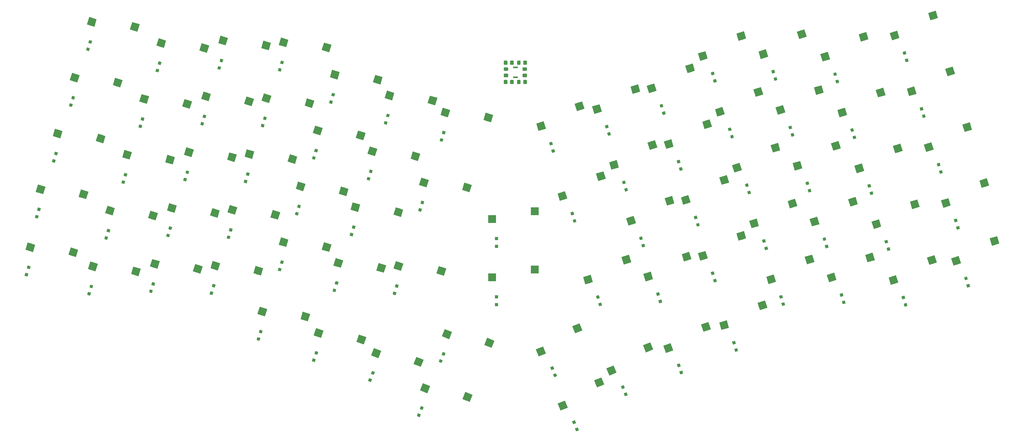
<source format=gbp>
G04 #@! TF.GenerationSoftware,KiCad,Pcbnew,(5.1.4)-1*
G04 #@! TF.CreationDate,2019-11-21T23:19:01-08:00*
G04 #@! TF.ProjectId,AODox,414f446f-782e-46b6-9963-61645f706362,v2*
G04 #@! TF.SameCoordinates,Original*
G04 #@! TF.FileFunction,Paste,Bot*
G04 #@! TF.FilePolarity,Positive*
%FSLAX46Y46*%
G04 Gerber Fmt 4.6, Leading zero omitted, Abs format (unit mm)*
G04 Created by KiCad (PCBNEW (5.1.4)-1) date 2019-11-21 23:19:01*
%MOMM*%
%LPD*%
G04 APERTURE LIST*
%ADD10C,2.500000*%
%ADD11C,0.100000*%
%ADD12C,1.000000*%
%ADD13C,1.150000*%
%ADD14R,1.500000X0.550000*%
%ADD15R,1.000000X1.000000*%
%ADD16R,2.550000X2.500000*%
G04 APERTURE END LIST*
D10*
X211198610Y-106405559D03*
D11*
G36*
X209613857Y-107228166D02*
G01*
X210344786Y-104837404D01*
X212783363Y-105582952D01*
X212052434Y-107973714D01*
X209613857Y-107228166D01*
X209613857Y-107228166D01*
G37*
D10*
X197211165Y-104785225D03*
D11*
G36*
X195626412Y-105607832D02*
G01*
X196357341Y-103217070D01*
X198795918Y-103962618D01*
X198064989Y-106353380D01*
X195626412Y-105607832D01*
X195626412Y-105607832D01*
G37*
D12*
X124384309Y-87870732D03*
D11*
G36*
X124716276Y-88495070D02*
G01*
X123759971Y-88202699D01*
X124052342Y-87246394D01*
X125008647Y-87538765D01*
X124716276Y-88495070D01*
X124716276Y-88495070D01*
G37*
D12*
X123653379Y-90261494D03*
D11*
G36*
X123985346Y-90885832D02*
G01*
X123029041Y-90593461D01*
X123321412Y-89637156D01*
X124277717Y-89929527D01*
X123985346Y-90885832D01*
X123985346Y-90885832D01*
G37*
G36*
X221461773Y-87854019D02*
G01*
X221486041Y-87857619D01*
X221509840Y-87863580D01*
X221532939Y-87871845D01*
X221555118Y-87882335D01*
X221576161Y-87894947D01*
X221595867Y-87909562D01*
X221614045Y-87926038D01*
X221630521Y-87944216D01*
X221645136Y-87963922D01*
X221657748Y-87984965D01*
X221668238Y-88007144D01*
X221676503Y-88030243D01*
X221682464Y-88054042D01*
X221686064Y-88078310D01*
X221687268Y-88102814D01*
X221687268Y-89002816D01*
X221686064Y-89027320D01*
X221682464Y-89051588D01*
X221676503Y-89075387D01*
X221668238Y-89098486D01*
X221657748Y-89120665D01*
X221645136Y-89141708D01*
X221630521Y-89161414D01*
X221614045Y-89179592D01*
X221595867Y-89196068D01*
X221576161Y-89210683D01*
X221555118Y-89223295D01*
X221532939Y-89233785D01*
X221509840Y-89242050D01*
X221486041Y-89248011D01*
X221461773Y-89251611D01*
X221437269Y-89252815D01*
X220787267Y-89252815D01*
X220762763Y-89251611D01*
X220738495Y-89248011D01*
X220714696Y-89242050D01*
X220691597Y-89233785D01*
X220669418Y-89223295D01*
X220648375Y-89210683D01*
X220628669Y-89196068D01*
X220610491Y-89179592D01*
X220594015Y-89161414D01*
X220579400Y-89141708D01*
X220566788Y-89120665D01*
X220556298Y-89098486D01*
X220548033Y-89075387D01*
X220542072Y-89051588D01*
X220538472Y-89027320D01*
X220537268Y-89002816D01*
X220537268Y-88102814D01*
X220538472Y-88078310D01*
X220542072Y-88054042D01*
X220548033Y-88030243D01*
X220556298Y-88007144D01*
X220566788Y-87984965D01*
X220579400Y-87963922D01*
X220594015Y-87944216D01*
X220610491Y-87926038D01*
X220628669Y-87909562D01*
X220648375Y-87894947D01*
X220669418Y-87882335D01*
X220691597Y-87871845D01*
X220714696Y-87863580D01*
X220738495Y-87857619D01*
X220762763Y-87854019D01*
X220787267Y-87852815D01*
X221437269Y-87852815D01*
X221461773Y-87854019D01*
X221461773Y-87854019D01*
G37*
D13*
X221112268Y-88552815D03*
D11*
G36*
X223511773Y-87854019D02*
G01*
X223536041Y-87857619D01*
X223559840Y-87863580D01*
X223582939Y-87871845D01*
X223605118Y-87882335D01*
X223626161Y-87894947D01*
X223645867Y-87909562D01*
X223664045Y-87926038D01*
X223680521Y-87944216D01*
X223695136Y-87963922D01*
X223707748Y-87984965D01*
X223718238Y-88007144D01*
X223726503Y-88030243D01*
X223732464Y-88054042D01*
X223736064Y-88078310D01*
X223737268Y-88102814D01*
X223737268Y-89002816D01*
X223736064Y-89027320D01*
X223732464Y-89051588D01*
X223726503Y-89075387D01*
X223718238Y-89098486D01*
X223707748Y-89120665D01*
X223695136Y-89141708D01*
X223680521Y-89161414D01*
X223664045Y-89179592D01*
X223645867Y-89196068D01*
X223626161Y-89210683D01*
X223605118Y-89223295D01*
X223582939Y-89233785D01*
X223559840Y-89242050D01*
X223536041Y-89248011D01*
X223511773Y-89251611D01*
X223487269Y-89252815D01*
X222837267Y-89252815D01*
X222812763Y-89251611D01*
X222788495Y-89248011D01*
X222764696Y-89242050D01*
X222741597Y-89233785D01*
X222719418Y-89223295D01*
X222698375Y-89210683D01*
X222678669Y-89196068D01*
X222660491Y-89179592D01*
X222644015Y-89161414D01*
X222629400Y-89141708D01*
X222616788Y-89120665D01*
X222606298Y-89098486D01*
X222598033Y-89075387D01*
X222592072Y-89051588D01*
X222588472Y-89027320D01*
X222587268Y-89002816D01*
X222587268Y-88102814D01*
X222588472Y-88078310D01*
X222592072Y-88054042D01*
X222598033Y-88030243D01*
X222606298Y-88007144D01*
X222616788Y-87984965D01*
X222629400Y-87963922D01*
X222644015Y-87944216D01*
X222660491Y-87926038D01*
X222678669Y-87909562D01*
X222698375Y-87894947D01*
X222719418Y-87882335D01*
X222741597Y-87871845D01*
X222764696Y-87863580D01*
X222788495Y-87857619D01*
X222812763Y-87854019D01*
X222837267Y-87852815D01*
X223487269Y-87852815D01*
X223511773Y-87854019D01*
X223511773Y-87854019D01*
G37*
D13*
X223162268Y-88552815D03*
D11*
G36*
X219211771Y-94144020D02*
G01*
X219236039Y-94147620D01*
X219259838Y-94153581D01*
X219282937Y-94161846D01*
X219305116Y-94172336D01*
X219326159Y-94184948D01*
X219345865Y-94199563D01*
X219364043Y-94216039D01*
X219380519Y-94234217D01*
X219395134Y-94253923D01*
X219407746Y-94274966D01*
X219418236Y-94297145D01*
X219426501Y-94320244D01*
X219432462Y-94344043D01*
X219436062Y-94368311D01*
X219437266Y-94392815D01*
X219437266Y-95292817D01*
X219436062Y-95317321D01*
X219432462Y-95341589D01*
X219426501Y-95365388D01*
X219418236Y-95388487D01*
X219407746Y-95410666D01*
X219395134Y-95431709D01*
X219380519Y-95451415D01*
X219364043Y-95469593D01*
X219345865Y-95486069D01*
X219326159Y-95500684D01*
X219305116Y-95513296D01*
X219282937Y-95523786D01*
X219259838Y-95532051D01*
X219236039Y-95538012D01*
X219211771Y-95541612D01*
X219187267Y-95542816D01*
X218537265Y-95542816D01*
X218512761Y-95541612D01*
X218488493Y-95538012D01*
X218464694Y-95532051D01*
X218441595Y-95523786D01*
X218419416Y-95513296D01*
X218398373Y-95500684D01*
X218378667Y-95486069D01*
X218360489Y-95469593D01*
X218344013Y-95451415D01*
X218329398Y-95431709D01*
X218316786Y-95410666D01*
X218306296Y-95388487D01*
X218298031Y-95365388D01*
X218292070Y-95341589D01*
X218288470Y-95317321D01*
X218287266Y-95292817D01*
X218287266Y-94392815D01*
X218288470Y-94368311D01*
X218292070Y-94344043D01*
X218298031Y-94320244D01*
X218306296Y-94297145D01*
X218316786Y-94274966D01*
X218329398Y-94253923D01*
X218344013Y-94234217D01*
X218360489Y-94216039D01*
X218378667Y-94199563D01*
X218398373Y-94184948D01*
X218419416Y-94172336D01*
X218441595Y-94161846D01*
X218464694Y-94153581D01*
X218488493Y-94147620D01*
X218512761Y-94144020D01*
X218537265Y-94142816D01*
X219187267Y-94142816D01*
X219211771Y-94144020D01*
X219211771Y-94144020D01*
G37*
D13*
X218862266Y-94842816D03*
D11*
G36*
X217161771Y-94144020D02*
G01*
X217186039Y-94147620D01*
X217209838Y-94153581D01*
X217232937Y-94161846D01*
X217255116Y-94172336D01*
X217276159Y-94184948D01*
X217295865Y-94199563D01*
X217314043Y-94216039D01*
X217330519Y-94234217D01*
X217345134Y-94253923D01*
X217357746Y-94274966D01*
X217368236Y-94297145D01*
X217376501Y-94320244D01*
X217382462Y-94344043D01*
X217386062Y-94368311D01*
X217387266Y-94392815D01*
X217387266Y-95292817D01*
X217386062Y-95317321D01*
X217382462Y-95341589D01*
X217376501Y-95365388D01*
X217368236Y-95388487D01*
X217357746Y-95410666D01*
X217345134Y-95431709D01*
X217330519Y-95451415D01*
X217314043Y-95469593D01*
X217295865Y-95486069D01*
X217276159Y-95500684D01*
X217255116Y-95513296D01*
X217232937Y-95523786D01*
X217209838Y-95532051D01*
X217186039Y-95538012D01*
X217161771Y-95541612D01*
X217137267Y-95542816D01*
X216487265Y-95542816D01*
X216462761Y-95541612D01*
X216438493Y-95538012D01*
X216414694Y-95532051D01*
X216391595Y-95523786D01*
X216369416Y-95513296D01*
X216348373Y-95500684D01*
X216328667Y-95486069D01*
X216310489Y-95469593D01*
X216294013Y-95451415D01*
X216279398Y-95431709D01*
X216266786Y-95410666D01*
X216256296Y-95388487D01*
X216248031Y-95365388D01*
X216242070Y-95341589D01*
X216238470Y-95317321D01*
X216237266Y-95292817D01*
X216237266Y-94392815D01*
X216238470Y-94368311D01*
X216242070Y-94344043D01*
X216248031Y-94320244D01*
X216256296Y-94297145D01*
X216266786Y-94274966D01*
X216279398Y-94253923D01*
X216294013Y-94234217D01*
X216310489Y-94216039D01*
X216328667Y-94199563D01*
X216348373Y-94184948D01*
X216369416Y-94172336D01*
X216391595Y-94161846D01*
X216414694Y-94153581D01*
X216438493Y-94147620D01*
X216462761Y-94144020D01*
X216487265Y-94142816D01*
X217137267Y-94142816D01*
X217161771Y-94144020D01*
X217161771Y-94144020D01*
G37*
D13*
X216812266Y-94842816D03*
D12*
X104261875Y-88701344D03*
D11*
G36*
X104593842Y-89325682D02*
G01*
X103637537Y-89033311D01*
X103929908Y-88077006D01*
X104886213Y-88369377D01*
X104593842Y-89325682D01*
X104593842Y-89325682D01*
G37*
D12*
X103530945Y-91092106D03*
D11*
G36*
X103862912Y-91716444D02*
G01*
X102906607Y-91424073D01*
X103198978Y-90467768D01*
X104155283Y-90760139D01*
X103862912Y-91716444D01*
X103862912Y-91716444D01*
G37*
G36*
X223511772Y-92127204D02*
G01*
X223536040Y-92130804D01*
X223559839Y-92136765D01*
X223582938Y-92145030D01*
X223605117Y-92155520D01*
X223626160Y-92168132D01*
X223645866Y-92182747D01*
X223664044Y-92199223D01*
X223680520Y-92217401D01*
X223695135Y-92237107D01*
X223707747Y-92258150D01*
X223718237Y-92280329D01*
X223726502Y-92303428D01*
X223732463Y-92327227D01*
X223736063Y-92351495D01*
X223737267Y-92375999D01*
X223737267Y-93026001D01*
X223736063Y-93050505D01*
X223732463Y-93074773D01*
X223726502Y-93098572D01*
X223718237Y-93121671D01*
X223707747Y-93143850D01*
X223695135Y-93164893D01*
X223680520Y-93184599D01*
X223664044Y-93202777D01*
X223645866Y-93219253D01*
X223626160Y-93233868D01*
X223605117Y-93246480D01*
X223582938Y-93256970D01*
X223559839Y-93265235D01*
X223536040Y-93271196D01*
X223511772Y-93274796D01*
X223487268Y-93276000D01*
X222587266Y-93276000D01*
X222562762Y-93274796D01*
X222538494Y-93271196D01*
X222514695Y-93265235D01*
X222491596Y-93256970D01*
X222469417Y-93246480D01*
X222448374Y-93233868D01*
X222428668Y-93219253D01*
X222410490Y-93202777D01*
X222394014Y-93184599D01*
X222379399Y-93164893D01*
X222366787Y-93143850D01*
X222356297Y-93121671D01*
X222348032Y-93098572D01*
X222342071Y-93074773D01*
X222338471Y-93050505D01*
X222337267Y-93026001D01*
X222337267Y-92375999D01*
X222338471Y-92351495D01*
X222342071Y-92327227D01*
X222348032Y-92303428D01*
X222356297Y-92280329D01*
X222366787Y-92258150D01*
X222379399Y-92237107D01*
X222394014Y-92217401D01*
X222410490Y-92199223D01*
X222428668Y-92182747D01*
X222448374Y-92168132D01*
X222469417Y-92155520D01*
X222491596Y-92145030D01*
X222514695Y-92136765D01*
X222538494Y-92130804D01*
X222562762Y-92127204D01*
X222587266Y-92126000D01*
X223487268Y-92126000D01*
X223511772Y-92127204D01*
X223511772Y-92127204D01*
G37*
D13*
X223037267Y-92701000D03*
D11*
G36*
X223511772Y-90077204D02*
G01*
X223536040Y-90080804D01*
X223559839Y-90086765D01*
X223582938Y-90095030D01*
X223605117Y-90105520D01*
X223626160Y-90118132D01*
X223645866Y-90132747D01*
X223664044Y-90149223D01*
X223680520Y-90167401D01*
X223695135Y-90187107D01*
X223707747Y-90208150D01*
X223718237Y-90230329D01*
X223726502Y-90253428D01*
X223732463Y-90277227D01*
X223736063Y-90301495D01*
X223737267Y-90325999D01*
X223737267Y-90976001D01*
X223736063Y-91000505D01*
X223732463Y-91024773D01*
X223726502Y-91048572D01*
X223718237Y-91071671D01*
X223707747Y-91093850D01*
X223695135Y-91114893D01*
X223680520Y-91134599D01*
X223664044Y-91152777D01*
X223645866Y-91169253D01*
X223626160Y-91183868D01*
X223605117Y-91196480D01*
X223582938Y-91206970D01*
X223559839Y-91215235D01*
X223536040Y-91221196D01*
X223511772Y-91224796D01*
X223487268Y-91226000D01*
X222587266Y-91226000D01*
X222562762Y-91224796D01*
X222538494Y-91221196D01*
X222514695Y-91215235D01*
X222491596Y-91206970D01*
X222469417Y-91196480D01*
X222448374Y-91183868D01*
X222428668Y-91169253D01*
X222410490Y-91152777D01*
X222394014Y-91134599D01*
X222379399Y-91114893D01*
X222366787Y-91093850D01*
X222356297Y-91071671D01*
X222348032Y-91048572D01*
X222342071Y-91024773D01*
X222338471Y-91000505D01*
X222337267Y-90976001D01*
X222337267Y-90325999D01*
X222338471Y-90301495D01*
X222342071Y-90277227D01*
X222348032Y-90253428D01*
X222356297Y-90230329D01*
X222366787Y-90208150D01*
X222379399Y-90187107D01*
X222394014Y-90167401D01*
X222410490Y-90149223D01*
X222428668Y-90132747D01*
X222448374Y-90118132D01*
X222469417Y-90105520D01*
X222491596Y-90095030D01*
X222514695Y-90086765D01*
X222538494Y-90080804D01*
X222562762Y-90077204D01*
X222587266Y-90076000D01*
X223487268Y-90076000D01*
X223511772Y-90077204D01*
X223511772Y-90077204D01*
G37*
D13*
X223037267Y-90651000D03*
D11*
G36*
X217411771Y-92127203D02*
G01*
X217436039Y-92130803D01*
X217459838Y-92136764D01*
X217482937Y-92145029D01*
X217505116Y-92155519D01*
X217526159Y-92168131D01*
X217545865Y-92182746D01*
X217564043Y-92199222D01*
X217580519Y-92217400D01*
X217595134Y-92237106D01*
X217607746Y-92258149D01*
X217618236Y-92280328D01*
X217626501Y-92303427D01*
X217632462Y-92327226D01*
X217636062Y-92351494D01*
X217637266Y-92375998D01*
X217637266Y-93026000D01*
X217636062Y-93050504D01*
X217632462Y-93074772D01*
X217626501Y-93098571D01*
X217618236Y-93121670D01*
X217607746Y-93143849D01*
X217595134Y-93164892D01*
X217580519Y-93184598D01*
X217564043Y-93202776D01*
X217545865Y-93219252D01*
X217526159Y-93233867D01*
X217505116Y-93246479D01*
X217482937Y-93256969D01*
X217459838Y-93265234D01*
X217436039Y-93271195D01*
X217411771Y-93274795D01*
X217387267Y-93275999D01*
X216487265Y-93275999D01*
X216462761Y-93274795D01*
X216438493Y-93271195D01*
X216414694Y-93265234D01*
X216391595Y-93256969D01*
X216369416Y-93246479D01*
X216348373Y-93233867D01*
X216328667Y-93219252D01*
X216310489Y-93202776D01*
X216294013Y-93184598D01*
X216279398Y-93164892D01*
X216266786Y-93143849D01*
X216256296Y-93121670D01*
X216248031Y-93098571D01*
X216242070Y-93074772D01*
X216238470Y-93050504D01*
X216237266Y-93026000D01*
X216237266Y-92375998D01*
X216238470Y-92351494D01*
X216242070Y-92327226D01*
X216248031Y-92303427D01*
X216256296Y-92280328D01*
X216266786Y-92258149D01*
X216279398Y-92237106D01*
X216294013Y-92217400D01*
X216310489Y-92199222D01*
X216328667Y-92182746D01*
X216348373Y-92168131D01*
X216369416Y-92155519D01*
X216391595Y-92145029D01*
X216414694Y-92136764D01*
X216438493Y-92130803D01*
X216462761Y-92127203D01*
X216487265Y-92125999D01*
X217387267Y-92125999D01*
X217411771Y-92127203D01*
X217411771Y-92127203D01*
G37*
D13*
X216937266Y-92700999D03*
D11*
G36*
X217411771Y-90077203D02*
G01*
X217436039Y-90080803D01*
X217459838Y-90086764D01*
X217482937Y-90095029D01*
X217505116Y-90105519D01*
X217526159Y-90118131D01*
X217545865Y-90132746D01*
X217564043Y-90149222D01*
X217580519Y-90167400D01*
X217595134Y-90187106D01*
X217607746Y-90208149D01*
X217618236Y-90230328D01*
X217626501Y-90253427D01*
X217632462Y-90277226D01*
X217636062Y-90301494D01*
X217637266Y-90325998D01*
X217637266Y-90976000D01*
X217636062Y-91000504D01*
X217632462Y-91024772D01*
X217626501Y-91048571D01*
X217618236Y-91071670D01*
X217607746Y-91093849D01*
X217595134Y-91114892D01*
X217580519Y-91134598D01*
X217564043Y-91152776D01*
X217545865Y-91169252D01*
X217526159Y-91183867D01*
X217505116Y-91196479D01*
X217482937Y-91206969D01*
X217459838Y-91215234D01*
X217436039Y-91221195D01*
X217411771Y-91224795D01*
X217387267Y-91225999D01*
X216487265Y-91225999D01*
X216462761Y-91224795D01*
X216438493Y-91221195D01*
X216414694Y-91215234D01*
X216391595Y-91206969D01*
X216369416Y-91196479D01*
X216348373Y-91183867D01*
X216328667Y-91169252D01*
X216310489Y-91152776D01*
X216294013Y-91134598D01*
X216279398Y-91114892D01*
X216266786Y-91093849D01*
X216256296Y-91071670D01*
X216248031Y-91048571D01*
X216242070Y-91024772D01*
X216238470Y-91000504D01*
X216237266Y-90976000D01*
X216237266Y-90325998D01*
X216238470Y-90301494D01*
X216242070Y-90277226D01*
X216248031Y-90253427D01*
X216256296Y-90230328D01*
X216266786Y-90208149D01*
X216279398Y-90187106D01*
X216294013Y-90167400D01*
X216310489Y-90149222D01*
X216328667Y-90132746D01*
X216348373Y-90118131D01*
X216369416Y-90105519D01*
X216391595Y-90095029D01*
X216414694Y-90086764D01*
X216438493Y-90080803D01*
X216462761Y-90077203D01*
X216487265Y-90075999D01*
X217387267Y-90075999D01*
X217411771Y-90077203D01*
X217411771Y-90077203D01*
G37*
D13*
X216937266Y-90650999D03*
D12*
X81669134Y-81794040D03*
D11*
G36*
X82001101Y-82418378D02*
G01*
X81044796Y-82126007D01*
X81337167Y-81169702D01*
X82293472Y-81462073D01*
X82001101Y-82418378D01*
X82001101Y-82418378D01*
G37*
D12*
X80938204Y-84184802D03*
D11*
G36*
X81270171Y-84809140D02*
G01*
X80313866Y-84516769D01*
X80606237Y-83560464D01*
X81562542Y-83852835D01*
X81270171Y-84809140D01*
X81270171Y-84809140D01*
G37*
G36*
X221461773Y-94144019D02*
G01*
X221486041Y-94147619D01*
X221509840Y-94153580D01*
X221532939Y-94161845D01*
X221555118Y-94172335D01*
X221576161Y-94184947D01*
X221595867Y-94199562D01*
X221614045Y-94216038D01*
X221630521Y-94234216D01*
X221645136Y-94253922D01*
X221657748Y-94274965D01*
X221668238Y-94297144D01*
X221676503Y-94320243D01*
X221682464Y-94344042D01*
X221686064Y-94368310D01*
X221687268Y-94392814D01*
X221687268Y-95292816D01*
X221686064Y-95317320D01*
X221682464Y-95341588D01*
X221676503Y-95365387D01*
X221668238Y-95388486D01*
X221657748Y-95410665D01*
X221645136Y-95431708D01*
X221630521Y-95451414D01*
X221614045Y-95469592D01*
X221595867Y-95486068D01*
X221576161Y-95500683D01*
X221555118Y-95513295D01*
X221532939Y-95523785D01*
X221509840Y-95532050D01*
X221486041Y-95538011D01*
X221461773Y-95541611D01*
X221437269Y-95542815D01*
X220787267Y-95542815D01*
X220762763Y-95541611D01*
X220738495Y-95538011D01*
X220714696Y-95532050D01*
X220691597Y-95523785D01*
X220669418Y-95513295D01*
X220648375Y-95500683D01*
X220628669Y-95486068D01*
X220610491Y-95469592D01*
X220594015Y-95451414D01*
X220579400Y-95431708D01*
X220566788Y-95410665D01*
X220556298Y-95388486D01*
X220548033Y-95365387D01*
X220542072Y-95341588D01*
X220538472Y-95317320D01*
X220537268Y-95292816D01*
X220537268Y-94392814D01*
X220538472Y-94368310D01*
X220542072Y-94344042D01*
X220548033Y-94320243D01*
X220556298Y-94297144D01*
X220566788Y-94274965D01*
X220579400Y-94253922D01*
X220594015Y-94234216D01*
X220610491Y-94216038D01*
X220628669Y-94199562D01*
X220648375Y-94184947D01*
X220669418Y-94172335D01*
X220691597Y-94161845D01*
X220714696Y-94153580D01*
X220738495Y-94147619D01*
X220762763Y-94144019D01*
X220787267Y-94142815D01*
X221437269Y-94142815D01*
X221461773Y-94144019D01*
X221461773Y-94144019D01*
G37*
D13*
X221112268Y-94842815D03*
D11*
G36*
X223511773Y-94144019D02*
G01*
X223536041Y-94147619D01*
X223559840Y-94153580D01*
X223582939Y-94161845D01*
X223605118Y-94172335D01*
X223626161Y-94184947D01*
X223645867Y-94199562D01*
X223664045Y-94216038D01*
X223680521Y-94234216D01*
X223695136Y-94253922D01*
X223707748Y-94274965D01*
X223718238Y-94297144D01*
X223726503Y-94320243D01*
X223732464Y-94344042D01*
X223736064Y-94368310D01*
X223737268Y-94392814D01*
X223737268Y-95292816D01*
X223736064Y-95317320D01*
X223732464Y-95341588D01*
X223726503Y-95365387D01*
X223718238Y-95388486D01*
X223707748Y-95410665D01*
X223695136Y-95431708D01*
X223680521Y-95451414D01*
X223664045Y-95469592D01*
X223645867Y-95486068D01*
X223626161Y-95500683D01*
X223605118Y-95513295D01*
X223582939Y-95523785D01*
X223559840Y-95532050D01*
X223536041Y-95538011D01*
X223511773Y-95541611D01*
X223487269Y-95542815D01*
X222837267Y-95542815D01*
X222812763Y-95541611D01*
X222788495Y-95538011D01*
X222764696Y-95532050D01*
X222741597Y-95523785D01*
X222719418Y-95513295D01*
X222698375Y-95500683D01*
X222678669Y-95486068D01*
X222660491Y-95469592D01*
X222644015Y-95451414D01*
X222629400Y-95431708D01*
X222616788Y-95410665D01*
X222606298Y-95388486D01*
X222598033Y-95365387D01*
X222592072Y-95341588D01*
X222588472Y-95317320D01*
X222587268Y-95292816D01*
X222587268Y-94392814D01*
X222588472Y-94368310D01*
X222592072Y-94344042D01*
X222598033Y-94320243D01*
X222606298Y-94297144D01*
X222616788Y-94274965D01*
X222629400Y-94253922D01*
X222644015Y-94234216D01*
X222660491Y-94216038D01*
X222678669Y-94199562D01*
X222698375Y-94184947D01*
X222719418Y-94172335D01*
X222741597Y-94161845D01*
X222764696Y-94153580D01*
X222788495Y-94147619D01*
X222812763Y-94144019D01*
X222837267Y-94142815D01*
X223487269Y-94142815D01*
X223511773Y-94144019D01*
X223511773Y-94144019D01*
G37*
D13*
X223162268Y-94842815D03*
D12*
X173642076Y-189549141D03*
D11*
G36*
X173918365Y-190200036D02*
G01*
X172991181Y-189825430D01*
X173365787Y-188898246D01*
X174292971Y-189272852D01*
X173918365Y-190200036D01*
X173918365Y-190200036D01*
G37*
D12*
X172705560Y-191867101D03*
D11*
G36*
X172981849Y-192517996D02*
G01*
X172054665Y-192143390D01*
X172429271Y-191216206D01*
X173356455Y-191590812D01*
X172981849Y-192517996D01*
X172981849Y-192517996D01*
G37*
D12*
X291120502Y-179679112D03*
D11*
G36*
X291744840Y-180011079D02*
G01*
X290788535Y-180303450D01*
X290496164Y-179347145D01*
X291452469Y-179054774D01*
X291744840Y-180011079D01*
X291744840Y-180011079D01*
G37*
D12*
X291851432Y-182069874D03*
D11*
G36*
X292475770Y-182401841D02*
G01*
X291519465Y-182694212D01*
X291227094Y-181737907D01*
X292183399Y-181445536D01*
X292475770Y-182401841D01*
X292475770Y-182401841D01*
G37*
D12*
X254988047Y-194156837D03*
D11*
G36*
X255638942Y-194433126D02*
G01*
X254711758Y-194807732D01*
X254337152Y-193880548D01*
X255264336Y-193505942D01*
X255638942Y-194433126D01*
X255638942Y-194433126D01*
G37*
D12*
X255924563Y-196474797D03*
D11*
G36*
X256575458Y-196751086D02*
G01*
X255648274Y-197125692D01*
X255273668Y-196198508D01*
X256200852Y-195823902D01*
X256575458Y-196751086D01*
X256575458Y-196751086D01*
G37*
D12*
X366611605Y-158745501D03*
D11*
G36*
X367235943Y-159077468D02*
G01*
X366279638Y-159369839D01*
X365987267Y-158413534D01*
X366943572Y-158121163D01*
X367235943Y-159077468D01*
X367235943Y-159077468D01*
G37*
D12*
X367342535Y-161136263D03*
D11*
G36*
X367966873Y-161468230D02*
G01*
X367010568Y-161760601D01*
X366718197Y-160804296D01*
X367674502Y-160511925D01*
X367966873Y-161468230D01*
X367966873Y-161468230D01*
G37*
D12*
X326107855Y-164146102D03*
D11*
G36*
X326732193Y-164478069D02*
G01*
X325775888Y-164770440D01*
X325483517Y-163814135D01*
X326439822Y-163521764D01*
X326732193Y-164478069D01*
X326732193Y-164478069D01*
G37*
D12*
X326838785Y-166536864D03*
D11*
G36*
X327463123Y-166868831D02*
G01*
X326506818Y-167161202D01*
X326214447Y-166204897D01*
X327170752Y-165912526D01*
X327463123Y-166868831D01*
X327463123Y-166868831D01*
G37*
D12*
X102164034Y-160549921D03*
D11*
G36*
X102496001Y-161174259D02*
G01*
X101539696Y-160881888D01*
X101832067Y-159925583D01*
X102788372Y-160217954D01*
X102496001Y-161174259D01*
X102496001Y-161174259D01*
G37*
D12*
X101433104Y-162940683D03*
D11*
G36*
X101765071Y-163565021D02*
G01*
X100808766Y-163272650D01*
X101101137Y-162316345D01*
X102057442Y-162608716D01*
X101765071Y-163565021D01*
X101765071Y-163565021D01*
G37*
D12*
X61660316Y-155149308D03*
D11*
G36*
X61992283Y-155773646D02*
G01*
X61035978Y-155481275D01*
X61328349Y-154524970D01*
X62284654Y-154817341D01*
X61992283Y-155773646D01*
X61992283Y-155773646D01*
G37*
D12*
X60929386Y-157540070D03*
D11*
G36*
X61261353Y-158164408D02*
G01*
X60305048Y-157872037D01*
X60597419Y-156915732D01*
X61553724Y-157208103D01*
X61261353Y-158164408D01*
X61261353Y-158164408D01*
G37*
D12*
X82041602Y-161380497D03*
D11*
G36*
X82373569Y-162004835D02*
G01*
X81417264Y-161712464D01*
X81709635Y-160756159D01*
X82665940Y-161048530D01*
X82373569Y-162004835D01*
X82373569Y-162004835D01*
G37*
D12*
X81310672Y-163771259D03*
D11*
G36*
X81642639Y-164395597D02*
G01*
X80686334Y-164103226D01*
X80978705Y-163146921D01*
X81935010Y-163439292D01*
X81642639Y-164395597D01*
X81642639Y-164395597D01*
G37*
D12*
X189526006Y-200954888D03*
D11*
G36*
X189802295Y-201605783D02*
G01*
X188875111Y-201231177D01*
X189249717Y-200303993D01*
X190176901Y-200678599D01*
X189802295Y-201605783D01*
X189802295Y-201605783D01*
G37*
D12*
X188589490Y-203272848D03*
D11*
G36*
X188865779Y-203923743D02*
G01*
X187938595Y-203549137D01*
X188313201Y-202621953D01*
X189240385Y-202996559D01*
X188865779Y-203923743D01*
X188865779Y-203923743D01*
G37*
D12*
X363267983Y-139899590D03*
D11*
G36*
X363892321Y-140231557D02*
G01*
X362936016Y-140523928D01*
X362643645Y-139567623D01*
X363599950Y-139275252D01*
X363892321Y-140231557D01*
X363892321Y-140231557D01*
G37*
D12*
X363998913Y-142290352D03*
D11*
G36*
X364623251Y-142622319D02*
G01*
X363666946Y-142914690D01*
X363374575Y-141958385D01*
X364330880Y-141666014D01*
X364623251Y-142622319D01*
X364623251Y-142622319D01*
G37*
D12*
X306425066Y-164752277D03*
D11*
G36*
X307049404Y-165084244D02*
G01*
X306093099Y-165376615D01*
X305800728Y-164420310D01*
X306757033Y-164127939D01*
X307049404Y-165084244D01*
X307049404Y-165084244D01*
G37*
D12*
X307155996Y-167143039D03*
D11*
G36*
X307780334Y-167475006D02*
G01*
X306824029Y-167767377D01*
X306531658Y-166811072D01*
X307487963Y-166518701D01*
X307780334Y-167475006D01*
X307780334Y-167475006D01*
G37*
D12*
X346230318Y-164976685D03*
D11*
G36*
X346854656Y-165308652D02*
G01*
X345898351Y-165601023D01*
X345605980Y-164644718D01*
X346562285Y-164352347D01*
X346854656Y-165308652D01*
X346854656Y-165308652D01*
G37*
D12*
X346961248Y-167367447D03*
D11*
G36*
X347585586Y-167699414D02*
G01*
X346629281Y-167991785D01*
X346336910Y-167035480D01*
X347293215Y-166743109D01*
X347585586Y-167699414D01*
X347585586Y-167699414D01*
G37*
D12*
X273162181Y-187032087D03*
D11*
G36*
X273797724Y-187342062D02*
G01*
X272852206Y-187667630D01*
X272526638Y-186722112D01*
X273472156Y-186396544D01*
X273797724Y-187342062D01*
X273797724Y-187342062D01*
G37*
D12*
X273976101Y-189395883D03*
D11*
G36*
X274611644Y-189705858D02*
G01*
X273666126Y-190031426D01*
X273340558Y-189085908D01*
X274286076Y-188760340D01*
X274611644Y-189705858D01*
X274611644Y-189705858D01*
G37*
D12*
X137151431Y-176082935D03*
D11*
G36*
X137483398Y-176707273D02*
G01*
X136527093Y-176414902D01*
X136819464Y-175458597D01*
X137775769Y-175750968D01*
X137483398Y-176707273D01*
X137483398Y-176707273D01*
G37*
D12*
X136420501Y-178473697D03*
D11*
G36*
X136752468Y-179098035D02*
G01*
X135796163Y-178805664D01*
X136088534Y-177849359D01*
X137044839Y-178141730D01*
X136752468Y-179098035D01*
X136752468Y-179098035D01*
G37*
D12*
X239104103Y-205562575D03*
D11*
G36*
X239754998Y-205838864D02*
G01*
X238827814Y-206213470D01*
X238453208Y-205286286D01*
X239380392Y-204911680D01*
X239754998Y-205838864D01*
X239754998Y-205838864D01*
G37*
D12*
X240040619Y-207880535D03*
D11*
G36*
X240691514Y-208156824D02*
G01*
X239764330Y-208531430D01*
X239389724Y-207604246D01*
X240316908Y-207229640D01*
X240691514Y-208156824D01*
X240691514Y-208156824D01*
G37*
D12*
X121846862Y-161156092D03*
D11*
G36*
X122178829Y-161780430D02*
G01*
X121222524Y-161488059D01*
X121514895Y-160531754D01*
X122471200Y-160824125D01*
X122178829Y-161780430D01*
X122178829Y-161780430D01*
G37*
D12*
X121115932Y-163546854D03*
D11*
G36*
X121447899Y-164171192D02*
G01*
X120491594Y-163878821D01*
X120783965Y-162922516D01*
X121740270Y-163214887D01*
X121447899Y-164171192D01*
X121447899Y-164171192D01*
G37*
D12*
X155242425Y-183027585D03*
D11*
G36*
X155552400Y-183663128D02*
G01*
X154606882Y-183337560D01*
X154932450Y-182392042D01*
X155877968Y-182717610D01*
X155552400Y-183663128D01*
X155552400Y-183663128D01*
G37*
D12*
X154428505Y-185391381D03*
D11*
G36*
X154738480Y-186026924D02*
G01*
X153792962Y-185701356D01*
X154118530Y-184755838D01*
X155064048Y-185081406D01*
X154738480Y-186026924D01*
X154738480Y-186026924D01*
G37*
D10*
X175231144Y-94078490D03*
D11*
G36*
X173646391Y-94901097D02*
G01*
X174377320Y-92510335D01*
X176815897Y-93255883D01*
X176084968Y-95646645D01*
X173646391Y-94901097D01*
X173646391Y-94901097D01*
G37*
D10*
X161243699Y-92458156D03*
D11*
G36*
X159658946Y-93280763D02*
G01*
X160389875Y-90890001D01*
X162828452Y-91635549D01*
X162097523Y-94026311D01*
X159658946Y-93280763D01*
X159658946Y-93280763D01*
G37*
D10*
X293490483Y-79896503D03*
D11*
G36*
X292636659Y-81464658D02*
G01*
X291905730Y-79073896D01*
X294344307Y-78328348D01*
X295075236Y-80719110D01*
X292636659Y-81464658D01*
X292636659Y-81464658D01*
G37*
D10*
X280988286Y-86374865D03*
D11*
G36*
X280134462Y-87943020D02*
G01*
X279403533Y-85552258D01*
X281842110Y-84806710D01*
X282573039Y-87197472D01*
X280134462Y-87943020D01*
X280134462Y-87943020D01*
G37*
D10*
X313173334Y-79290339D03*
D11*
G36*
X312319510Y-80858494D02*
G01*
X311588581Y-78467732D01*
X314027158Y-77722184D01*
X314758087Y-80112946D01*
X312319510Y-80858494D01*
X312319510Y-80858494D01*
G37*
D10*
X300671137Y-85768701D03*
D11*
G36*
X299817313Y-87336856D02*
G01*
X299086384Y-84946094D01*
X301524961Y-84200546D01*
X302255890Y-86591308D01*
X299817313Y-87336856D01*
X299817313Y-87336856D01*
G37*
D10*
X240866250Y-102727510D03*
D11*
G36*
X240012426Y-104295665D02*
G01*
X239281497Y-101904903D01*
X241720074Y-101159355D01*
X242451003Y-103550117D01*
X240012426Y-104295665D01*
X240012426Y-104295665D01*
G37*
D10*
X228364053Y-109205872D03*
D11*
G36*
X227510229Y-110774027D02*
G01*
X226779300Y-108383265D01*
X229217877Y-107637717D01*
X229948806Y-110028479D01*
X227510229Y-110774027D01*
X227510229Y-110774027D01*
G37*
D10*
X113214033Y-101968759D03*
D11*
G36*
X111629280Y-102791366D02*
G01*
X112360209Y-100400604D01*
X114798786Y-101146152D01*
X114067857Y-103536914D01*
X111629280Y-102791366D01*
X111629280Y-102791366D01*
G37*
D10*
X99226588Y-100348425D03*
D11*
G36*
X97641835Y-101171032D02*
G01*
X98372764Y-98780270D01*
X100811341Y-99525818D01*
X100080412Y-101916580D01*
X97641835Y-101171032D01*
X97641835Y-101171032D01*
G37*
D10*
X96176370Y-76891690D03*
D11*
G36*
X94591617Y-77714297D02*
G01*
X95322546Y-75323535D01*
X97761123Y-76069083D01*
X97030194Y-78459845D01*
X94591617Y-77714297D01*
X94591617Y-77714297D01*
G37*
D10*
X82188925Y-75271356D03*
D11*
G36*
X80604172Y-76093963D02*
G01*
X81335101Y-73703201D01*
X83773678Y-74448749D01*
X83042749Y-76839511D01*
X80604172Y-76093963D01*
X80604172Y-76093963D01*
G37*
D10*
X158574377Y-83574552D03*
D11*
G36*
X156989624Y-84397159D02*
G01*
X157720553Y-82006397D01*
X160159130Y-82751945D01*
X159428201Y-85142707D01*
X156989624Y-84397159D01*
X156989624Y-84397159D01*
G37*
D10*
X144586932Y-81954218D03*
D11*
G36*
X143002179Y-82776825D02*
G01*
X143733108Y-80386063D01*
X146171685Y-81131611D01*
X145440756Y-83522373D01*
X143002179Y-82776825D01*
X143002179Y-82776825D01*
G37*
D10*
X259035989Y-97172456D03*
D11*
G36*
X258182165Y-98740611D02*
G01*
X257451236Y-96349849D01*
X259889813Y-95604301D01*
X260620742Y-97995063D01*
X258182165Y-98740611D01*
X258182165Y-98740611D01*
G37*
D10*
X246533792Y-103650818D03*
D11*
G36*
X245679968Y-105218973D02*
G01*
X244949039Y-102828211D01*
X247387616Y-102082663D01*
X248118545Y-104473425D01*
X245679968Y-105218973D01*
X245679968Y-105218973D01*
G37*
D10*
X133336460Y-101138173D03*
D11*
G36*
X131751707Y-101960780D02*
G01*
X132482636Y-99570018D01*
X134921213Y-100315566D01*
X134190284Y-102706328D01*
X131751707Y-101960780D01*
X131751707Y-101960780D01*
G37*
D10*
X119349015Y-99517839D03*
D11*
G36*
X117764262Y-100340446D02*
G01*
X118495191Y-97949684D01*
X120933768Y-98695232D01*
X120202839Y-101085994D01*
X117764262Y-100340446D01*
X117764262Y-100340446D01*
G37*
D10*
X333295741Y-80120936D03*
D11*
G36*
X332441917Y-81689091D02*
G01*
X331710988Y-79298329D01*
X334149565Y-78552781D01*
X334880494Y-80943543D01*
X332441917Y-81689091D01*
X332441917Y-81689091D01*
G37*
D10*
X320793544Y-86599298D03*
D11*
G36*
X319939720Y-88167453D02*
G01*
X319208791Y-85776691D01*
X321647368Y-85031143D01*
X322378297Y-87421905D01*
X319939720Y-88167453D01*
X319939720Y-88167453D01*
G37*
D10*
X138891547Y-82968378D03*
D11*
G36*
X137306794Y-83790985D02*
G01*
X138037723Y-81400223D01*
X140476300Y-82145771D01*
X139745371Y-84536533D01*
X137306794Y-83790985D01*
X137306794Y-83790985D01*
G37*
D10*
X124904102Y-81348044D03*
D11*
G36*
X123319349Y-82170651D02*
G01*
X124050278Y-79779889D01*
X126488855Y-80525437D01*
X125757926Y-82916199D01*
X123319349Y-82170651D01*
X123319349Y-82170651D01*
G37*
D10*
X193028835Y-100850507D03*
D11*
G36*
X191444082Y-101673114D02*
G01*
X192175011Y-99282352D01*
X194613588Y-100027900D01*
X193882659Y-102418662D01*
X191444082Y-101673114D01*
X191444082Y-101673114D01*
G37*
D10*
X179041390Y-99230173D03*
D11*
G36*
X177456637Y-100052780D02*
G01*
X178187566Y-97662018D01*
X180626143Y-98407566D01*
X179895214Y-100798328D01*
X177456637Y-100052780D01*
X177456637Y-100052780D01*
G37*
D10*
X276833746Y-90400454D03*
D11*
G36*
X275979922Y-91968609D02*
G01*
X275248993Y-89577847D01*
X277687570Y-88832299D01*
X278418499Y-91223061D01*
X275979922Y-91968609D01*
X275979922Y-91968609D01*
G37*
D10*
X264331549Y-96878816D03*
D11*
G36*
X263477725Y-98446971D02*
G01*
X262746796Y-96056209D01*
X265185373Y-95310661D01*
X265916302Y-97701423D01*
X263477725Y-98446971D01*
X263477725Y-98446971D01*
G37*
D10*
X355888453Y-73213639D03*
D11*
G36*
X355034629Y-74781794D02*
G01*
X354303700Y-72391032D01*
X356742277Y-71645484D01*
X357473206Y-74036246D01*
X355034629Y-74781794D01*
X355034629Y-74781794D01*
G37*
D10*
X343386256Y-79692001D03*
D11*
G36*
X342532432Y-81260156D02*
G01*
X341801503Y-78869394D01*
X344240080Y-78123846D01*
X344971009Y-80514608D01*
X342532432Y-81260156D01*
X342532432Y-81260156D01*
G37*
D10*
X90621286Y-95061476D03*
D11*
G36*
X89036533Y-95884083D02*
G01*
X89767462Y-93493321D01*
X92206039Y-94238869D01*
X91475110Y-96629631D01*
X89036533Y-95884083D01*
X89036533Y-95884083D01*
G37*
D10*
X76633841Y-93441142D03*
D11*
G36*
X75049088Y-94263749D02*
G01*
X75780017Y-91872987D01*
X78218594Y-92618535D01*
X77487665Y-95009297D01*
X75049088Y-94263749D01*
X75049088Y-94263749D01*
G37*
D10*
X118769111Y-83799000D03*
D11*
G36*
X117184358Y-84621607D02*
G01*
X117915287Y-82230845D01*
X120353864Y-82976393D01*
X119622935Y-85367155D01*
X117184358Y-84621607D01*
X117184358Y-84621607D01*
G37*
D10*
X104781666Y-82178666D03*
D11*
G36*
X103196913Y-83001273D02*
G01*
X103927842Y-80610511D01*
X106366419Y-81356059D01*
X105635490Y-83746821D01*
X103196913Y-83001273D01*
X103196913Y-83001273D01*
G37*
D12*
X335120182Y-128637100D03*
D11*
G36*
X335744520Y-128969067D02*
G01*
X334788215Y-129261438D01*
X334495844Y-128305133D01*
X335452149Y-128012762D01*
X335744520Y-128969067D01*
X335744520Y-128969067D01*
G37*
D12*
X335851112Y-131027862D03*
D11*
G36*
X336475450Y-131359829D02*
G01*
X335519145Y-131652200D01*
X335226774Y-130695895D01*
X336183079Y-130403524D01*
X336475450Y-131359829D01*
X336475450Y-131359829D01*
G37*
D12*
X161856416Y-160262248D03*
D11*
G36*
X162188383Y-160886586D02*
G01*
X161232078Y-160594215D01*
X161524449Y-159637910D01*
X162480754Y-159930281D01*
X162188383Y-160886586D01*
X162188383Y-160886586D01*
G37*
D12*
X161125486Y-162653010D03*
D11*
G36*
X161457453Y-163277348D02*
G01*
X160501148Y-162984977D01*
X160793519Y-162028672D01*
X161749824Y-162321043D01*
X161457453Y-163277348D01*
X161457453Y-163277348D01*
G37*
D12*
X284213244Y-157086408D03*
D11*
G36*
X284837582Y-157418375D02*
G01*
X283881277Y-157710746D01*
X283588906Y-156754441D01*
X284545211Y-156462070D01*
X284837582Y-157418375D01*
X284837582Y-157418375D01*
G37*
D12*
X284944174Y-159477170D03*
D11*
G36*
X285568512Y-159809137D02*
G01*
X284612207Y-160101508D01*
X284319836Y-159145203D01*
X285276141Y-158852832D01*
X285568512Y-159809137D01*
X285568512Y-159809137D01*
G37*
D12*
X300870013Y-146582467D03*
D11*
G36*
X301494351Y-146914434D02*
G01*
X300538046Y-147206805D01*
X300245675Y-146250500D01*
X301201980Y-145958129D01*
X301494351Y-146914434D01*
X301494351Y-146914434D01*
G37*
D12*
X301600943Y-148973229D03*
D11*
G36*
X302225281Y-149305196D02*
G01*
X301268976Y-149597567D01*
X300976605Y-148641262D01*
X301932910Y-148348891D01*
X302225281Y-149305196D01*
X302225281Y-149305196D01*
G37*
D12*
X87596656Y-143210695D03*
D11*
G36*
X87928623Y-143835033D02*
G01*
X86972318Y-143542662D01*
X87264689Y-142586357D01*
X88220994Y-142878728D01*
X87928623Y-143835033D01*
X87928623Y-143835033D01*
G37*
D12*
X86865726Y-145601457D03*
D11*
G36*
X87197693Y-146225795D02*
G01*
X86241388Y-145933424D01*
X86533759Y-144977119D01*
X87490064Y-145269490D01*
X87197693Y-146225795D01*
X87197693Y-146225795D01*
G37*
D12*
X320552828Y-145976303D03*
D11*
G36*
X321177166Y-146308270D02*
G01*
X320220861Y-146600641D01*
X319928490Y-145644336D01*
X320884795Y-145351965D01*
X321177166Y-146308270D01*
X321177166Y-146308270D01*
G37*
D12*
X321283758Y-148367065D03*
D11*
G36*
X321908096Y-148699032D02*
G01*
X320951791Y-148991403D01*
X320659420Y-148035098D01*
X321615725Y-147742727D01*
X321908096Y-148699032D01*
X321908096Y-148699032D01*
G37*
D12*
X340675238Y-146806890D03*
D11*
G36*
X341299576Y-147138857D02*
G01*
X340343271Y-147431228D01*
X340050900Y-146474923D01*
X341007205Y-146182552D01*
X341299576Y-147138857D01*
X341299576Y-147138857D01*
G37*
D12*
X341406168Y-149197652D03*
D11*
G36*
X342030506Y-149529619D02*
G01*
X341074201Y-149821990D01*
X340781830Y-148865685D01*
X341738135Y-148573314D01*
X342030506Y-149529619D01*
X342030506Y-149529619D01*
G37*
D12*
X278658189Y-138916625D03*
D11*
G36*
X279282527Y-139248592D02*
G01*
X278326222Y-139540963D01*
X278033851Y-138584658D01*
X278990156Y-138292287D01*
X279282527Y-139248592D01*
X279282527Y-139248592D01*
G37*
D12*
X279389119Y-141307387D03*
D11*
G36*
X280013457Y-141639354D02*
G01*
X279057152Y-141931725D01*
X278764781Y-140975420D01*
X279721086Y-140683049D01*
X280013457Y-141639354D01*
X280013457Y-141639354D01*
G37*
D12*
X314997744Y-127806506D03*
D11*
G36*
X315622082Y-128138473D02*
G01*
X314665777Y-128430844D01*
X314373406Y-127474539D01*
X315329711Y-127182168D01*
X315622082Y-128138473D01*
X315622082Y-128138473D01*
G37*
D12*
X315728674Y-130197268D03*
D11*
G36*
X316353012Y-130529235D02*
G01*
X315396707Y-130821606D01*
X315104336Y-129865301D01*
X316060641Y-129572930D01*
X316353012Y-130529235D01*
X316353012Y-130529235D01*
G37*
D12*
X295314943Y-128412691D03*
D11*
G36*
X295939281Y-128744658D02*
G01*
X294982976Y-129037029D01*
X294690605Y-128080724D01*
X295646910Y-127788353D01*
X295939281Y-128744658D01*
X295939281Y-128744658D01*
G37*
D12*
X296045873Y-130803453D03*
D11*
G36*
X296670211Y-131135420D02*
G01*
X295713906Y-131427791D01*
X295421535Y-130471486D01*
X296377840Y-130179115D01*
X296670211Y-131135420D01*
X296670211Y-131135420D01*
G37*
D12*
X127401944Y-142986298D03*
D11*
G36*
X127733911Y-143610636D02*
G01*
X126777606Y-143318265D01*
X127069977Y-142361960D01*
X128026282Y-142654331D01*
X127733911Y-143610636D01*
X127733911Y-143610636D01*
G37*
D12*
X126671014Y-145377060D03*
D11*
G36*
X127002981Y-146001398D02*
G01*
X126046676Y-145709027D01*
X126339047Y-144752722D01*
X127295352Y-145045093D01*
X127002981Y-146001398D01*
X127002981Y-146001398D01*
G37*
D12*
X357712923Y-121729810D03*
D11*
G36*
X358337261Y-122061777D02*
G01*
X357380956Y-122354148D01*
X357088585Y-121397843D01*
X358044890Y-121105472D01*
X358337261Y-122061777D01*
X358337261Y-122061777D01*
G37*
D12*
X358443853Y-124120572D03*
D11*
G36*
X359068191Y-124452539D02*
G01*
X358111886Y-124744910D01*
X357819515Y-123788605D01*
X358775820Y-123496234D01*
X359068191Y-124452539D01*
X359068191Y-124452539D01*
G37*
D12*
X65003913Y-136303415D03*
D11*
G36*
X65335880Y-136927753D02*
G01*
X64379575Y-136635382D01*
X64671946Y-135679077D01*
X65628251Y-135971448D01*
X65335880Y-136927753D01*
X65335880Y-136927753D01*
G37*
D12*
X64272983Y-138694177D03*
D11*
G36*
X64604950Y-139318515D02*
G01*
X63648645Y-139026144D01*
X63941016Y-138069839D01*
X64897321Y-138362210D01*
X64604950Y-139318515D01*
X64604950Y-139318515D01*
G37*
D12*
X107719120Y-142380130D03*
D11*
G36*
X108051087Y-143004468D02*
G01*
X107094782Y-142712097D01*
X107387153Y-141755792D01*
X108343458Y-142048163D01*
X108051087Y-143004468D01*
X108051087Y-143004468D01*
G37*
D12*
X106988190Y-144770892D03*
D11*
G36*
X107320157Y-145395230D02*
G01*
X106363852Y-145102859D01*
X106656223Y-144146554D01*
X107612528Y-144438925D01*
X107320157Y-145395230D01*
X107320157Y-145395230D01*
G37*
D12*
X144058720Y-153490228D03*
D11*
G36*
X144390687Y-154114566D02*
G01*
X143434382Y-153822195D01*
X143726753Y-152865890D01*
X144683058Y-153158261D01*
X144390687Y-154114566D01*
X144390687Y-154114566D01*
G37*
D12*
X143327790Y-155880990D03*
D11*
G36*
X143659757Y-156505328D02*
G01*
X142703452Y-156212957D01*
X142995823Y-155256652D01*
X143952128Y-155549023D01*
X143659757Y-156505328D01*
X143659757Y-156505328D01*
G37*
D12*
X196643525Y-183338389D03*
D11*
G36*
X196919814Y-183989284D02*
G01*
X195992630Y-183614678D01*
X196367236Y-182687494D01*
X197294420Y-183062100D01*
X196919814Y-183989284D01*
X196919814Y-183989284D01*
G37*
D12*
X195707009Y-185656349D03*
D11*
G36*
X195983298Y-186307244D02*
G01*
X195056114Y-185932638D01*
X195430720Y-185005454D01*
X196357904Y-185380060D01*
X195983298Y-186307244D01*
X195983298Y-186307244D01*
G37*
D12*
X231986583Y-187946086D03*
D11*
G36*
X232637478Y-188222375D02*
G01*
X231710294Y-188596981D01*
X231335688Y-187669797D01*
X232262872Y-187295191D01*
X232637478Y-188222375D01*
X232637478Y-188222375D01*
G37*
D12*
X232923099Y-190264046D03*
D11*
G36*
X233573994Y-190540335D02*
G01*
X232646810Y-190914941D01*
X232272204Y-189987757D01*
X233199388Y-189613151D01*
X233573994Y-190540335D01*
X233573994Y-190540335D01*
G37*
D12*
X266415515Y-163858415D03*
D11*
G36*
X267039853Y-164190382D02*
G01*
X266083548Y-164482753D01*
X265791177Y-163526448D01*
X266747482Y-163234077D01*
X267039853Y-164190382D01*
X267039853Y-164190382D01*
G37*
D12*
X267146445Y-166249177D03*
D11*
G36*
X267770783Y-166581144D02*
G01*
X266814478Y-166873515D01*
X266522107Y-165917210D01*
X267478412Y-165624839D01*
X267770783Y-166581144D01*
X267770783Y-166581144D01*
G37*
D10*
X375897298Y-146568926D03*
D11*
G36*
X375043474Y-148137081D02*
G01*
X374312545Y-145746319D01*
X376751122Y-145000771D01*
X377482051Y-147391533D01*
X375043474Y-148137081D01*
X375043474Y-148137081D01*
G37*
D10*
X363395101Y-153047288D03*
D11*
G36*
X362541277Y-154615443D02*
G01*
X361810348Y-152224681D01*
X364248925Y-151479133D01*
X364979854Y-153869895D01*
X362541277Y-154615443D01*
X362541277Y-154615443D01*
G37*
D10*
X96548841Y-156478146D03*
D11*
G36*
X94964088Y-157300753D02*
G01*
X95695017Y-154909991D01*
X98133594Y-155655539D01*
X97402665Y-158046301D01*
X94964088Y-157300753D01*
X94964088Y-157300753D01*
G37*
D10*
X82561396Y-154857812D03*
D11*
G36*
X80976643Y-155680419D02*
G01*
X81707572Y-153289657D01*
X84146149Y-154035205D01*
X83415220Y-156425967D01*
X80976643Y-155680419D01*
X80976643Y-155680419D01*
G37*
D10*
X174728365Y-183096582D03*
D11*
G36*
X173077947Y-183777938D02*
G01*
X174014464Y-181459979D01*
X176378783Y-182415226D01*
X175442266Y-184733185D01*
X173077947Y-183777938D01*
X173077947Y-183777938D01*
G37*
D10*
X188521362Y-185929836D03*
D11*
G36*
X186870944Y-186611192D02*
G01*
X187807461Y-184293233D01*
X190171780Y-185248480D01*
X189235263Y-187566439D01*
X186870944Y-186611192D01*
X186870944Y-186611192D01*
G37*
D10*
X263177140Y-181217305D03*
D11*
G36*
X262463239Y-182853908D02*
G01*
X261526722Y-180535949D01*
X263891041Y-179580702D01*
X264827558Y-181898661D01*
X262463239Y-182853908D01*
X262463239Y-182853908D01*
G37*
D10*
X251287144Y-188760653D03*
D11*
G36*
X250573243Y-190397256D02*
G01*
X249636726Y-188079297D01*
X252001045Y-187124050D01*
X252937562Y-189442009D01*
X250573243Y-190397256D01*
X250573243Y-190397256D01*
G37*
D14*
X220017248Y-90050999D03*
X220017248Y-93300999D03*
D10*
X169911898Y-178634524D03*
D11*
G36*
X168299402Y-179401323D02*
G01*
X169113322Y-177037526D01*
X171524394Y-177867725D01*
X170710474Y-180231522D01*
X168299402Y-179401323D01*
X168299402Y-179401323D01*
G37*
D10*
X155989523Y-176527023D03*
D11*
G36*
X154377027Y-177293822D02*
G01*
X155190947Y-174930025D01*
X157602019Y-175760224D01*
X156788099Y-178124021D01*
X154377027Y-177293822D01*
X154377027Y-177293822D01*
G37*
D10*
X315710762Y-152575699D03*
D11*
G36*
X314856938Y-154143854D02*
G01*
X314126009Y-151753092D01*
X316564586Y-151007544D01*
X317295515Y-153398306D01*
X314856938Y-154143854D01*
X314856938Y-154143854D01*
G37*
D10*
X303208565Y-159054061D03*
D11*
G36*
X302354741Y-160622216D02*
G01*
X301623812Y-158231454D01*
X304062389Y-157485906D01*
X304793318Y-159876668D01*
X302354741Y-160622216D01*
X302354741Y-160622216D01*
G37*
D10*
X310155705Y-134405898D03*
D11*
G36*
X309301881Y-135974053D02*
G01*
X308570952Y-133583291D01*
X311009529Y-132837743D01*
X311740458Y-135228505D01*
X309301881Y-135974053D01*
X309301881Y-135974053D01*
G37*
D10*
X297653508Y-140884260D03*
D11*
G36*
X296799684Y-142452415D02*
G01*
X296068755Y-140061653D01*
X298507332Y-139316105D01*
X299238261Y-141706867D01*
X296799684Y-142452415D01*
X296799684Y-142452415D01*
G37*
D10*
X329838525Y-133799737D03*
D11*
G36*
X328984701Y-135367892D02*
G01*
X328253772Y-132977130D01*
X330692349Y-132231582D01*
X331423278Y-134622344D01*
X328984701Y-135367892D01*
X328984701Y-135367892D01*
G37*
D10*
X317336328Y-140278099D03*
D11*
G36*
X316482504Y-141846254D02*
G01*
X315751575Y-139455492D01*
X318190152Y-138709944D01*
X318921081Y-141100706D01*
X316482504Y-141846254D01*
X316482504Y-141846254D01*
G37*
D10*
X372553671Y-127723017D03*
D11*
G36*
X371699847Y-129291172D02*
G01*
X370968918Y-126900410D01*
X373407495Y-126154862D01*
X374138424Y-128545624D01*
X371699847Y-129291172D01*
X371699847Y-129291172D01*
G37*
D10*
X360051474Y-134201379D03*
D11*
G36*
X359197650Y-135769534D02*
G01*
X358466721Y-133378772D01*
X360905298Y-132633224D01*
X361636227Y-135023986D01*
X359197650Y-135769534D01*
X359197650Y-135769534D01*
G37*
D10*
X151658667Y-171180582D03*
D11*
G36*
X150073914Y-172003189D02*
G01*
X150804843Y-169612427D01*
X153243420Y-170357975D01*
X152512491Y-172748737D01*
X150073914Y-172003189D01*
X150073914Y-172003189D01*
G37*
D10*
X137671222Y-169560248D03*
D11*
G36*
X136086469Y-170382855D02*
G01*
X136817398Y-167992093D01*
X139255975Y-168737641D01*
X138525046Y-171128403D01*
X136086469Y-170382855D01*
X136086469Y-170382855D01*
G37*
D10*
X190612297Y-194502333D03*
D11*
G36*
X188961879Y-195183689D02*
G01*
X189898396Y-192865730D01*
X192262715Y-193820977D01*
X191326198Y-196138936D01*
X188961879Y-195183689D01*
X188961879Y-195183689D01*
G37*
D10*
X204405294Y-197335587D03*
D11*
G36*
X202754876Y-198016943D02*
G01*
X203691393Y-195698984D01*
X206055712Y-196654231D01*
X205119195Y-198972190D01*
X202754876Y-198016943D01*
X202754876Y-198016943D01*
G37*
D10*
X355516015Y-152800114D03*
D11*
G36*
X354662191Y-154368269D02*
G01*
X353931262Y-151977507D01*
X356369839Y-151231959D01*
X357100768Y-153622721D01*
X354662191Y-154368269D01*
X354662191Y-154368269D01*
G37*
D10*
X343013818Y-159278476D03*
D11*
G36*
X342159994Y-160846631D02*
G01*
X341429065Y-158455869D01*
X343867642Y-157710321D01*
X344598571Y-160101083D01*
X342159994Y-160846631D01*
X342159994Y-160846631D01*
G37*
G36*
X217161772Y-87857205D02*
G01*
X217186040Y-87860805D01*
X217209839Y-87866766D01*
X217232938Y-87875031D01*
X217255117Y-87885521D01*
X217276160Y-87898133D01*
X217295866Y-87912748D01*
X217314044Y-87929224D01*
X217330520Y-87947402D01*
X217345135Y-87967108D01*
X217357747Y-87988151D01*
X217368237Y-88010330D01*
X217376502Y-88033429D01*
X217382463Y-88057228D01*
X217386063Y-88081496D01*
X217387267Y-88106000D01*
X217387267Y-89006002D01*
X217386063Y-89030506D01*
X217382463Y-89054774D01*
X217376502Y-89078573D01*
X217368237Y-89101672D01*
X217357747Y-89123851D01*
X217345135Y-89144894D01*
X217330520Y-89164600D01*
X217314044Y-89182778D01*
X217295866Y-89199254D01*
X217276160Y-89213869D01*
X217255117Y-89226481D01*
X217232938Y-89236971D01*
X217209839Y-89245236D01*
X217186040Y-89251197D01*
X217161772Y-89254797D01*
X217137268Y-89256001D01*
X216487266Y-89256001D01*
X216462762Y-89254797D01*
X216438494Y-89251197D01*
X216414695Y-89245236D01*
X216391596Y-89236971D01*
X216369417Y-89226481D01*
X216348374Y-89213869D01*
X216328668Y-89199254D01*
X216310490Y-89182778D01*
X216294014Y-89164600D01*
X216279399Y-89144894D01*
X216266787Y-89123851D01*
X216256297Y-89101672D01*
X216248032Y-89078573D01*
X216242071Y-89054774D01*
X216238471Y-89030506D01*
X216237267Y-89006002D01*
X216237267Y-88106000D01*
X216238471Y-88081496D01*
X216242071Y-88057228D01*
X216248032Y-88033429D01*
X216256297Y-88010330D01*
X216266787Y-87988151D01*
X216279399Y-87967108D01*
X216294014Y-87947402D01*
X216310490Y-87929224D01*
X216328668Y-87912748D01*
X216348374Y-87898133D01*
X216369417Y-87885521D01*
X216391596Y-87875031D01*
X216414695Y-87866766D01*
X216438494Y-87860805D01*
X216462762Y-87857205D01*
X216487266Y-87856001D01*
X217137268Y-87856001D01*
X217161772Y-87857205D01*
X217161772Y-87857205D01*
G37*
D13*
X216812267Y-88556001D03*
D11*
G36*
X219211772Y-87857205D02*
G01*
X219236040Y-87860805D01*
X219259839Y-87866766D01*
X219282938Y-87875031D01*
X219305117Y-87885521D01*
X219326160Y-87898133D01*
X219345866Y-87912748D01*
X219364044Y-87929224D01*
X219380520Y-87947402D01*
X219395135Y-87967108D01*
X219407747Y-87988151D01*
X219418237Y-88010330D01*
X219426502Y-88033429D01*
X219432463Y-88057228D01*
X219436063Y-88081496D01*
X219437267Y-88106000D01*
X219437267Y-89006002D01*
X219436063Y-89030506D01*
X219432463Y-89054774D01*
X219426502Y-89078573D01*
X219418237Y-89101672D01*
X219407747Y-89123851D01*
X219395135Y-89144894D01*
X219380520Y-89164600D01*
X219364044Y-89182778D01*
X219345866Y-89199254D01*
X219326160Y-89213869D01*
X219305117Y-89226481D01*
X219282938Y-89236971D01*
X219259839Y-89245236D01*
X219236040Y-89251197D01*
X219211772Y-89254797D01*
X219187268Y-89256001D01*
X218537266Y-89256001D01*
X218512762Y-89254797D01*
X218488494Y-89251197D01*
X218464695Y-89245236D01*
X218441596Y-89236971D01*
X218419417Y-89226481D01*
X218398374Y-89213869D01*
X218378668Y-89199254D01*
X218360490Y-89182778D01*
X218344014Y-89164600D01*
X218329399Y-89144894D01*
X218316787Y-89123851D01*
X218306297Y-89101672D01*
X218298032Y-89078573D01*
X218292071Y-89054774D01*
X218288471Y-89030506D01*
X218287267Y-89006002D01*
X218287267Y-88106000D01*
X218288471Y-88081496D01*
X218292071Y-88057228D01*
X218298032Y-88033429D01*
X218306297Y-88010330D01*
X218316787Y-87988151D01*
X218329399Y-87967108D01*
X218344014Y-87947402D01*
X218360490Y-87929224D01*
X218378668Y-87912748D01*
X218398374Y-87898133D01*
X218419417Y-87885521D01*
X218441596Y-87875031D01*
X218464695Y-87866766D01*
X218488494Y-87860805D01*
X218512762Y-87857205D01*
X218537266Y-87856001D01*
X219187268Y-87856001D01*
X219211772Y-87857205D01*
X219211772Y-87857205D01*
G37*
D13*
X218862267Y-88556001D03*
D10*
X76167554Y-150246963D03*
D11*
G36*
X74582801Y-151069570D02*
G01*
X75313730Y-148678808D01*
X77752307Y-149424356D01*
X77021378Y-151815118D01*
X74582801Y-151069570D01*
X74582801Y-151069570D01*
G37*
D10*
X62180109Y-148626629D03*
D11*
G36*
X60595356Y-149449236D02*
G01*
X61326285Y-147058474D01*
X63764862Y-147804022D01*
X63033933Y-150194784D01*
X60595356Y-149449236D01*
X60595356Y-149449236D01*
G37*
D10*
X116671273Y-155647573D03*
D11*
G36*
X115086520Y-156470180D02*
G01*
X115817449Y-154079418D01*
X118256026Y-154824966D01*
X117525097Y-157215728D01*
X115086520Y-156470180D01*
X115086520Y-156470180D01*
G37*
D10*
X102683828Y-154027239D03*
D11*
G36*
X101099075Y-154849846D02*
G01*
X101830004Y-152459084D01*
X104268581Y-153204632D01*
X103537652Y-155595394D01*
X101099075Y-154849846D01*
X101099075Y-154849846D01*
G37*
D10*
X247293207Y-192623048D03*
D11*
G36*
X246579306Y-194259651D02*
G01*
X245642789Y-191941692D01*
X248007108Y-190986445D01*
X248943625Y-193304404D01*
X246579306Y-194259651D01*
X246579306Y-194259651D01*
G37*
D10*
X235403211Y-200166396D03*
D11*
G36*
X234689310Y-201802999D02*
G01*
X233752793Y-199485040D01*
X236117112Y-198529793D01*
X237053629Y-200847752D01*
X234689310Y-201802999D01*
X234689310Y-201802999D01*
G37*
D10*
X136354103Y-156253745D03*
D11*
G36*
X134769350Y-157076352D02*
G01*
X135500279Y-154685590D01*
X137938856Y-155431138D01*
X137207927Y-157821900D01*
X134769350Y-157076352D01*
X134769350Y-157076352D01*
G37*
D10*
X122366658Y-154633411D03*
D11*
G36*
X120781905Y-155456018D02*
G01*
X121512834Y-153065256D01*
X123951411Y-153810804D01*
X123220482Y-156201566D01*
X120781905Y-155456018D01*
X120781905Y-155456018D01*
G37*
D10*
X349960932Y-134630318D03*
D11*
G36*
X349107108Y-136198473D02*
G01*
X348376179Y-133807711D01*
X350814756Y-133062163D01*
X351545685Y-135452925D01*
X349107108Y-136198473D01*
X349107108Y-136198473D01*
G37*
D10*
X337458735Y-141108680D03*
D11*
G36*
X336604911Y-142676835D02*
G01*
X335873982Y-140286073D01*
X338312559Y-139540525D01*
X339043488Y-141931287D01*
X336604911Y-142676835D01*
X336604911Y-142676835D01*
G37*
D10*
X293498943Y-144909838D03*
D11*
G36*
X292645119Y-146477993D02*
G01*
X291914190Y-144087231D01*
X294352767Y-143341683D01*
X295083696Y-145732445D01*
X292645119Y-146477993D01*
X292645119Y-146477993D01*
G37*
D10*
X280996746Y-151388200D03*
D11*
G36*
X280142922Y-152956355D02*
G01*
X279411993Y-150565593D01*
X281850570Y-149820045D01*
X282581499Y-152210807D01*
X280142922Y-152956355D01*
X280142922Y-152956355D01*
G37*
D10*
X282017251Y-174538869D03*
D11*
G36*
X281218675Y-176135867D02*
G01*
X280404755Y-173772070D01*
X282815827Y-172941871D01*
X283629747Y-175305668D01*
X281218675Y-176135867D01*
X281218675Y-176135867D01*
G37*
D10*
X269748761Y-181449605D03*
D11*
G36*
X268950185Y-183046603D02*
G01*
X268136265Y-180682806D01*
X270547337Y-179852607D01*
X271361257Y-182216404D01*
X268950185Y-183046603D01*
X268950185Y-183046603D01*
G37*
D10*
X300406200Y-167502535D03*
D11*
G36*
X299552376Y-169070690D02*
G01*
X298821447Y-166679928D01*
X301260024Y-165934380D01*
X301990953Y-168325142D01*
X299552376Y-169070690D01*
X299552376Y-169070690D01*
G37*
D10*
X287904003Y-173980897D03*
D11*
G36*
X287050179Y-175549052D02*
G01*
X286319250Y-173158290D01*
X288757827Y-172412742D01*
X289488756Y-174803504D01*
X287050179Y-175549052D01*
X287050179Y-175549052D01*
G37*
D10*
X335393550Y-151969529D03*
D11*
G36*
X334539726Y-153537684D02*
G01*
X333808797Y-151146922D01*
X336247374Y-150401374D01*
X336978303Y-152792136D01*
X334539726Y-153537684D01*
X334539726Y-153537684D01*
G37*
D10*
X322891353Y-158447891D03*
D11*
G36*
X322037529Y-160016046D02*
G01*
X321306600Y-157625284D01*
X323745177Y-156879736D01*
X324476106Y-159270498D01*
X322037529Y-160016046D01*
X322037529Y-160016046D01*
G37*
D12*
X309442692Y-109636693D03*
D11*
G36*
X310067030Y-109968660D02*
G01*
X309110725Y-110261031D01*
X308818354Y-109304726D01*
X309774659Y-109012355D01*
X310067030Y-109968660D01*
X310067030Y-109968660D01*
G37*
D12*
X310173622Y-112027455D03*
D11*
G36*
X310797960Y-112359422D02*
G01*
X309841655Y-112651793D01*
X309549284Y-111695488D01*
X310505589Y-111403117D01*
X310797960Y-112359422D01*
X310797960Y-112359422D01*
G37*
D12*
X238536576Y-137656180D03*
D11*
G36*
X239160914Y-137988147D02*
G01*
X238204609Y-138280518D01*
X237912238Y-137324213D01*
X238868543Y-137031842D01*
X239160914Y-137988147D01*
X239160914Y-137988147D01*
G37*
D12*
X239267506Y-140046942D03*
D11*
G36*
X239891844Y-140378909D02*
G01*
X238935539Y-140671280D01*
X238643168Y-139714975D01*
X239599473Y-139422604D01*
X239891844Y-140378909D01*
X239891844Y-140378909D01*
G37*
D15*
X213867238Y-145804196D03*
X213867238Y-148304196D03*
D12*
X70558967Y-118133622D03*
D11*
G36*
X70890934Y-118757960D02*
G01*
X69934629Y-118465589D01*
X70227000Y-117509284D01*
X71183305Y-117801655D01*
X70890934Y-118757960D01*
X70890934Y-118757960D01*
G37*
D12*
X69828037Y-120524384D03*
D11*
G36*
X70160004Y-121148722D02*
G01*
X69203699Y-120856351D01*
X69496070Y-119900046D01*
X70452375Y-120192417D01*
X70160004Y-121148722D01*
X70160004Y-121148722D01*
G37*
D12*
X329565128Y-110467291D03*
D11*
G36*
X330189466Y-110799258D02*
G01*
X329233161Y-111091629D01*
X328940790Y-110135324D01*
X329897095Y-109842953D01*
X330189466Y-110799258D01*
X330189466Y-110799258D01*
G37*
D12*
X330296058Y-112858053D03*
D11*
G36*
X330920396Y-113190020D02*
G01*
X329964091Y-113482391D01*
X329671720Y-112526086D01*
X330628025Y-112233715D01*
X330920396Y-113190020D01*
X330920396Y-113190020D01*
G37*
D12*
X352157872Y-103560000D03*
D11*
G36*
X352782210Y-103891967D02*
G01*
X351825905Y-104184338D01*
X351533534Y-103228033D01*
X352489839Y-102935662D01*
X352782210Y-103891967D01*
X352782210Y-103891967D01*
G37*
D12*
X352888802Y-105950762D03*
D11*
G36*
X353513140Y-106282729D02*
G01*
X352556835Y-106575100D01*
X352264464Y-105618795D01*
X353220769Y-105326424D01*
X353513140Y-106282729D01*
X353513140Y-106282729D01*
G37*
D12*
X255305381Y-127518814D03*
D11*
G36*
X255929719Y-127850781D02*
G01*
X254973414Y-128143152D01*
X254681043Y-127186847D01*
X255637348Y-126894476D01*
X255929719Y-127850781D01*
X255929719Y-127850781D01*
G37*
D12*
X256036311Y-129909576D03*
D11*
G36*
X256660649Y-130241543D02*
G01*
X255704344Y-130533914D01*
X255411973Y-129577609D01*
X256368278Y-129285238D01*
X256660649Y-130241543D01*
X256660649Y-130241543D01*
G37*
D12*
X273103107Y-120746807D03*
D11*
G36*
X273727445Y-121078774D02*
G01*
X272771140Y-121371145D01*
X272478769Y-120414840D01*
X273435074Y-120122469D01*
X273727445Y-121078774D01*
X273727445Y-121078774D01*
G37*
D12*
X273834037Y-123137569D03*
D11*
G36*
X274458375Y-123469536D02*
G01*
X273502070Y-123761907D01*
X273209699Y-122805602D01*
X274166004Y-122513231D01*
X274458375Y-123469536D01*
X274458375Y-123469536D01*
G37*
D12*
X289759861Y-110242870D03*
D11*
G36*
X290384199Y-110574837D02*
G01*
X289427894Y-110867208D01*
X289135523Y-109910903D01*
X290091828Y-109618532D01*
X290384199Y-110574837D01*
X290384199Y-110574837D01*
G37*
D12*
X290490791Y-112633632D03*
D11*
G36*
X291115129Y-112965599D02*
G01*
X290158824Y-113257970D01*
X289866453Y-112301665D01*
X290822758Y-112009294D01*
X291115129Y-112965599D01*
X291115129Y-112965599D01*
G37*
D12*
X160723904Y-98980836D03*
D11*
G36*
X161055871Y-99605174D02*
G01*
X160099566Y-99312803D01*
X160391937Y-98356498D01*
X161348242Y-98648869D01*
X161055871Y-99605174D01*
X161055871Y-99605174D01*
G37*
D12*
X159992974Y-101371598D03*
D11*
G36*
X160324941Y-101995936D02*
G01*
X159368636Y-101703565D01*
X159661007Y-100747260D01*
X160617312Y-101039631D01*
X160324941Y-101995936D01*
X160324941Y-101995936D01*
G37*
D12*
X98706787Y-106871113D03*
D11*
G36*
X99038754Y-107495451D02*
G01*
X98082449Y-107203080D01*
X98374820Y-106246775D01*
X99331125Y-106539146D01*
X99038754Y-107495451D01*
X99038754Y-107495451D01*
G37*
D12*
X97975857Y-109261875D03*
D11*
G36*
X98307824Y-109886213D02*
G01*
X97351519Y-109593842D01*
X97643890Y-108637537D01*
X98600195Y-108929908D01*
X98307824Y-109886213D01*
X98307824Y-109886213D01*
G37*
D12*
X138512055Y-106646689D03*
D11*
G36*
X138844022Y-107271027D02*
G01*
X137887717Y-106978656D01*
X138180088Y-106022351D01*
X139136393Y-106314722D01*
X138844022Y-107271027D01*
X138844022Y-107271027D01*
G37*
D12*
X137781125Y-109037451D03*
D11*
G36*
X138113092Y-109661789D02*
G01*
X137156787Y-109369418D01*
X137449158Y-108413113D01*
X138405463Y-108705484D01*
X138113092Y-109661789D01*
X138113092Y-109661789D01*
G37*
D12*
X144067137Y-88476905D03*
D11*
G36*
X144399104Y-89101243D02*
G01*
X143442799Y-88808872D01*
X143735170Y-87852567D01*
X144691475Y-88144938D01*
X144399104Y-89101243D01*
X144399104Y-89101243D01*
G37*
D12*
X143336207Y-90867667D03*
D11*
G36*
X143668174Y-91492005D02*
G01*
X142711869Y-91199634D01*
X143004240Y-90243329D01*
X143960545Y-90535700D01*
X143668174Y-91492005D01*
X143668174Y-91492005D01*
G37*
D12*
X324010046Y-92297509D03*
D11*
G36*
X324634384Y-92629476D02*
G01*
X323678079Y-92921847D01*
X323385708Y-91965542D01*
X324342013Y-91673171D01*
X324634384Y-92629476D01*
X324634384Y-92629476D01*
G37*
D12*
X324740976Y-94688271D03*
D11*
G36*
X325365314Y-95020238D02*
G01*
X324409009Y-95312609D01*
X324116638Y-94356304D01*
X325072943Y-94063933D01*
X325365314Y-95020238D01*
X325365314Y-95020238D01*
G37*
D12*
X196691371Y-111307911D03*
D11*
G36*
X197023338Y-111932249D02*
G01*
X196067033Y-111639878D01*
X196359404Y-110683573D01*
X197315709Y-110975944D01*
X197023338Y-111932249D01*
X197023338Y-111932249D01*
G37*
D12*
X195960441Y-113698673D03*
D11*
G36*
X196292408Y-114323011D02*
G01*
X195336103Y-114030640D01*
X195628474Y-113074335D01*
X196584779Y-113366706D01*
X196292408Y-114323011D01*
X196292408Y-114323011D01*
G37*
D12*
X249750295Y-109349035D03*
D11*
G36*
X250374633Y-109681002D02*
G01*
X249418328Y-109973373D01*
X249125957Y-109017068D01*
X250082262Y-108724697D01*
X250374633Y-109681002D01*
X250374633Y-109681002D01*
G37*
D12*
X250481225Y-111739797D03*
D11*
G36*
X251105563Y-112071764D02*
G01*
X250149258Y-112364135D01*
X249856887Y-111407830D01*
X250813192Y-111115459D01*
X251105563Y-112071764D01*
X251105563Y-112071764D01*
G37*
D12*
X346602755Y-85390220D03*
D11*
G36*
X347227093Y-85722187D02*
G01*
X346270788Y-86014558D01*
X345978417Y-85058253D01*
X346934722Y-84765882D01*
X347227093Y-85722187D01*
X347227093Y-85722187D01*
G37*
D12*
X347333685Y-87780982D03*
D11*
G36*
X347958023Y-88112949D02*
G01*
X347001718Y-88405320D01*
X346709347Y-87449015D01*
X347665652Y-87156644D01*
X347958023Y-88112949D01*
X347958023Y-88112949D01*
G37*
D12*
X118829225Y-106040523D03*
D11*
G36*
X119161192Y-106664861D02*
G01*
X118204887Y-106372490D01*
X118497258Y-105416185D01*
X119453563Y-105708556D01*
X119161192Y-106664861D01*
X119161192Y-106664861D01*
G37*
D12*
X118098295Y-108431285D03*
D11*
G36*
X118430262Y-109055623D02*
G01*
X117473957Y-108763252D01*
X117766328Y-107806947D01*
X118722633Y-108099318D01*
X118430262Y-109055623D01*
X118430262Y-109055623D01*
G37*
D12*
X267548051Y-102577027D03*
D11*
G36*
X268172389Y-102908994D02*
G01*
X267216084Y-103201365D01*
X266923713Y-102245060D01*
X267880018Y-101952689D01*
X268172389Y-102908994D01*
X268172389Y-102908994D01*
G37*
D12*
X268278981Y-104967789D03*
D11*
G36*
X268903319Y-105299756D02*
G01*
X267947014Y-105592127D01*
X267654643Y-104635822D01*
X268610948Y-104343451D01*
X268903319Y-105299756D01*
X268903319Y-105299756D01*
G37*
D12*
X284204791Y-92073075D03*
D11*
G36*
X284829129Y-92405042D02*
G01*
X283872824Y-92697413D01*
X283580453Y-91741108D01*
X284536758Y-91448737D01*
X284829129Y-92405042D01*
X284829129Y-92405042D01*
G37*
D12*
X284935721Y-94463837D03*
D11*
G36*
X285560059Y-94795804D02*
G01*
X284603754Y-95088175D01*
X284311383Y-94131870D01*
X285267688Y-93839499D01*
X285560059Y-94795804D01*
X285560059Y-94795804D01*
G37*
D12*
X303887641Y-91466910D03*
D11*
G36*
X304511979Y-91798877D02*
G01*
X303555674Y-92091248D01*
X303263303Y-91134943D01*
X304219608Y-90842572D01*
X304511979Y-91798877D01*
X304511979Y-91798877D01*
G37*
D12*
X304618571Y-93857672D03*
D11*
G36*
X305242909Y-94189639D02*
G01*
X304286604Y-94482010D01*
X303994233Y-93525705D01*
X304950538Y-93233334D01*
X305242909Y-94189639D01*
X305242909Y-94189639D01*
G37*
D12*
X155168851Y-117150630D03*
D11*
G36*
X155500818Y-117774968D02*
G01*
X154544513Y-117482597D01*
X154836884Y-116526292D01*
X155793189Y-116818663D01*
X155500818Y-117774968D01*
X155500818Y-117774968D01*
G37*
D12*
X154437921Y-119541392D03*
D11*
G36*
X154769888Y-120165730D02*
G01*
X153813583Y-119873359D01*
X154105954Y-118917054D01*
X155062259Y-119209425D01*
X154769888Y-120165730D01*
X154769888Y-120165730D01*
G37*
D12*
X76114047Y-99963823D03*
D11*
G36*
X76446014Y-100588161D02*
G01*
X75489709Y-100295790D01*
X75782080Y-99339485D01*
X76738385Y-99631856D01*
X76446014Y-100588161D01*
X76446014Y-100588161D01*
G37*
D12*
X75383117Y-102354585D03*
D11*
G36*
X75715084Y-102978923D02*
G01*
X74758779Y-102686552D01*
X75051150Y-101730247D01*
X76007455Y-102022618D01*
X75715084Y-102978923D01*
X75715084Y-102978923D01*
G37*
D12*
X172966549Y-123922641D03*
D11*
G36*
X173298516Y-124546979D02*
G01*
X172342211Y-124254608D01*
X172634582Y-123298303D01*
X173590887Y-123590674D01*
X173298516Y-124546979D01*
X173298516Y-124546979D01*
G37*
D12*
X172235619Y-126313403D03*
D11*
G36*
X172567586Y-126937741D02*
G01*
X171611281Y-126645370D01*
X171903652Y-125689065D01*
X172859957Y-125981436D01*
X172567586Y-126937741D01*
X172567586Y-126937741D01*
G37*
D12*
X231580557Y-114904089D03*
D11*
G36*
X232204895Y-115236056D02*
G01*
X231248590Y-115528427D01*
X230956219Y-114572122D01*
X231912524Y-114279751D01*
X232204895Y-115236056D01*
X232204895Y-115236056D01*
G37*
D12*
X232311487Y-117294851D03*
D11*
G36*
X232935825Y-117626818D02*
G01*
X231979520Y-117919189D01*
X231687149Y-116962884D01*
X232643454Y-116670513D01*
X232935825Y-117626818D01*
X232935825Y-117626818D01*
G37*
D12*
X189735373Y-134059993D03*
D11*
G36*
X190067340Y-134684331D02*
G01*
X189111035Y-134391960D01*
X189403406Y-133435655D01*
X190359711Y-133728026D01*
X190067340Y-134684331D01*
X190067340Y-134684331D01*
G37*
D12*
X189004443Y-136450755D03*
D11*
G36*
X189336410Y-137075093D02*
G01*
X188380105Y-136782722D01*
X188672476Y-135826417D01*
X189628781Y-136118788D01*
X189336410Y-137075093D01*
X189336410Y-137075093D01*
G37*
D12*
X178521603Y-105752859D03*
D11*
G36*
X178853570Y-106377197D02*
G01*
X177897265Y-106084826D01*
X178189636Y-105128521D01*
X179145941Y-105420892D01*
X178853570Y-106377197D01*
X178853570Y-106377197D01*
G37*
D12*
X177790673Y-108143621D03*
D11*
G36*
X178122640Y-108767959D02*
G01*
X177166335Y-108475588D01*
X177458706Y-107519283D01*
X178415011Y-107811654D01*
X178122640Y-108767959D01*
X178122640Y-108767959D01*
G37*
D10*
X141909182Y-138083950D03*
D11*
G36*
X140324429Y-138906557D02*
G01*
X141055358Y-136515795D01*
X143493935Y-137261343D01*
X142763006Y-139652105D01*
X140324429Y-138906557D01*
X140324429Y-138906557D01*
G37*
D10*
X127921737Y-136463616D03*
D11*
G36*
X126336984Y-137286223D02*
G01*
X127067913Y-134895461D01*
X129506490Y-135641009D01*
X128775561Y-138031771D01*
X126336984Y-137286223D01*
X126336984Y-137286223D01*
G37*
D10*
X176363657Y-155359889D03*
D11*
G36*
X174778904Y-156182496D02*
G01*
X175509833Y-153791734D01*
X177948410Y-154537282D01*
X177217481Y-156928044D01*
X174778904Y-156182496D01*
X174778904Y-156182496D01*
G37*
D10*
X162376212Y-153739555D03*
D11*
G36*
X160791459Y-154562162D02*
G01*
X161522388Y-152171400D01*
X163960965Y-152916948D01*
X163230036Y-155307710D01*
X160791459Y-154562162D01*
X160791459Y-154562162D01*
G37*
D10*
X211522818Y-179719079D03*
D11*
G36*
X209872400Y-180400435D02*
G01*
X210808917Y-178082476D01*
X213173236Y-179037723D01*
X212236719Y-181355682D01*
X209872400Y-180400435D01*
X209872400Y-180400435D01*
G37*
D10*
X197729821Y-176885825D03*
D11*
G36*
X196079403Y-177567181D02*
G01*
X197015920Y-175249222D01*
X199380239Y-176204469D01*
X198443722Y-178522428D01*
X196079403Y-177567181D01*
X196079403Y-177567181D01*
G37*
D10*
X240175686Y-175006550D03*
D11*
G36*
X239461785Y-176643153D02*
G01*
X238525268Y-174325194D01*
X240889587Y-173369947D01*
X241826104Y-175687906D01*
X239461785Y-176643153D01*
X239461785Y-176643153D01*
G37*
D10*
X228285690Y-182549898D03*
D11*
G36*
X227571789Y-184186501D02*
G01*
X226635272Y-181868542D01*
X228999591Y-180913295D01*
X229936108Y-183231254D01*
X227571789Y-184186501D01*
X227571789Y-184186501D01*
G37*
D10*
X270146156Y-133512056D03*
D11*
G36*
X269292332Y-135080211D02*
G01*
X268561403Y-132689449D01*
X270999980Y-131943901D01*
X271730909Y-134334663D01*
X269292332Y-135080211D01*
X269292332Y-135080211D01*
G37*
D10*
X257643959Y-139990418D03*
D11*
G36*
X256790135Y-141558573D02*
G01*
X256059206Y-139167811D01*
X258497783Y-138422263D01*
X259228712Y-140813025D01*
X256790135Y-141558573D01*
X256790135Y-141558573D01*
G37*
D10*
X158565956Y-148587880D03*
D11*
G36*
X156981203Y-149410487D02*
G01*
X157712132Y-147019725D01*
X160150709Y-147765273D01*
X159419780Y-150156035D01*
X156981203Y-149410487D01*
X156981203Y-149410487D01*
G37*
D10*
X144578511Y-146967546D03*
D11*
G36*
X142993758Y-147790153D02*
G01*
X143724687Y-145399391D01*
X146163264Y-146144939D01*
X145432335Y-148535701D01*
X142993758Y-147790153D01*
X142993758Y-147790153D01*
G37*
D10*
X275701210Y-151681835D03*
D11*
G36*
X274847386Y-153249990D02*
G01*
X274116457Y-150859228D01*
X276555034Y-150113680D01*
X277285963Y-152504442D01*
X274847386Y-153249990D01*
X274847386Y-153249990D01*
G37*
D10*
X263199013Y-158160197D03*
D11*
G36*
X262345189Y-159728352D02*
G01*
X261614260Y-157337590D01*
X264052837Y-156592042D01*
X264783766Y-158982804D01*
X262345189Y-159728352D01*
X262345189Y-159728352D01*
G37*
D10*
X256130466Y-152654618D03*
D11*
G36*
X255276642Y-154222773D02*
G01*
X254545713Y-151832011D01*
X256984290Y-151086463D01*
X257715219Y-153477225D01*
X255276642Y-154222773D01*
X255276642Y-154222773D01*
G37*
D10*
X243628269Y-159132980D03*
D11*
G36*
X242774445Y-160701135D02*
G01*
X242043516Y-158310373D01*
X244482093Y-157564825D01*
X245213022Y-159955587D01*
X242774445Y-160701135D01*
X242774445Y-160701135D01*
G37*
D10*
X122226359Y-137477780D03*
D11*
G36*
X120641606Y-138300387D02*
G01*
X121372535Y-135909625D01*
X123811112Y-136655173D01*
X123080183Y-139045935D01*
X120641606Y-138300387D01*
X120641606Y-138300387D01*
G37*
D10*
X108238914Y-135857446D03*
D11*
G36*
X106654161Y-136680053D02*
G01*
X107385090Y-134289291D01*
X109823667Y-135034839D01*
X109092738Y-137425601D01*
X106654161Y-136680053D01*
X106654161Y-136680053D01*
G37*
D10*
X304600642Y-116236122D03*
D11*
G36*
X303746818Y-117804277D02*
G01*
X303015889Y-115413515D01*
X305454466Y-114667967D01*
X306185395Y-117058729D01*
X303746818Y-117804277D01*
X303746818Y-117804277D01*
G37*
D10*
X292098445Y-122714484D03*
D11*
G36*
X291244621Y-124282639D02*
G01*
X290513692Y-121891877D01*
X292952269Y-121146329D01*
X293683198Y-123537091D01*
X291244621Y-124282639D01*
X291244621Y-124282639D01*
G37*
D10*
X366998612Y-109553234D03*
D11*
G36*
X366144788Y-111121389D02*
G01*
X365413859Y-108730627D01*
X367852436Y-107985079D01*
X368583365Y-110375841D01*
X366144788Y-111121389D01*
X366144788Y-111121389D01*
G37*
D10*
X354496415Y-116031596D03*
D11*
G36*
X353642591Y-117599751D02*
G01*
X352911662Y-115208989D01*
X355350239Y-114463441D01*
X356081168Y-116854203D01*
X353642591Y-117599751D01*
X353642591Y-117599751D01*
G37*
D10*
X79511152Y-131401058D03*
D11*
G36*
X77926399Y-132223665D02*
G01*
X78657328Y-129832903D01*
X81095905Y-130578451D01*
X80364976Y-132969213D01*
X77926399Y-132223665D01*
X77926399Y-132223665D01*
G37*
D10*
X65523707Y-129780724D03*
D11*
G36*
X63938954Y-130603331D02*
G01*
X64669883Y-128212569D01*
X67108460Y-128958117D01*
X66377531Y-131348879D01*
X63938954Y-130603331D01*
X63938954Y-130603331D01*
G37*
D10*
X324283440Y-115629938D03*
D11*
G36*
X323429616Y-117198093D02*
G01*
X322698687Y-114807331D01*
X325137264Y-114061783D01*
X325868193Y-116452545D01*
X323429616Y-117198093D01*
X323429616Y-117198093D01*
G37*
D10*
X311781243Y-122108300D03*
D11*
G36*
X310927419Y-123676455D02*
G01*
X310196490Y-121285693D01*
X312635067Y-120540145D01*
X313365996Y-122930907D01*
X310927419Y-123676455D01*
X310927419Y-123676455D01*
G37*
D10*
X195934356Y-156332653D03*
D11*
G36*
X194349603Y-157155260D02*
G01*
X195080532Y-154764498D01*
X197519109Y-155510046D01*
X196788180Y-157900808D01*
X194349603Y-157155260D01*
X194349603Y-157155260D01*
G37*
D10*
X181946911Y-154712319D03*
D11*
G36*
X180362158Y-155534926D02*
G01*
X181093087Y-153144164D01*
X183531664Y-153889712D01*
X182800735Y-156280474D01*
X180362158Y-155534926D01*
X180362158Y-155534926D01*
G37*
D10*
X287943887Y-126740053D03*
D11*
G36*
X287090063Y-128308208D02*
G01*
X286359134Y-125917446D01*
X288797711Y-125171898D01*
X289528640Y-127562660D01*
X287090063Y-128308208D01*
X287090063Y-128308208D01*
G37*
D10*
X275441690Y-133218415D03*
D11*
G36*
X274587866Y-134786570D02*
G01*
X273856937Y-132395808D01*
X276295514Y-131650260D01*
X277026443Y-134041022D01*
X274587866Y-134786570D01*
X274587866Y-134786570D01*
G37*
D16*
X226307265Y-155874547D03*
X212457265Y-158414547D03*
D10*
X344405878Y-116460525D03*
D11*
G36*
X343552054Y-118028680D02*
G01*
X342821125Y-115637918D01*
X345259702Y-114892370D01*
X345990631Y-117283132D01*
X343552054Y-118028680D01*
X343552054Y-118028680D01*
G37*
D10*
X331903681Y-122938887D03*
D11*
G36*
X331049857Y-124507042D02*
G01*
X330318928Y-122116280D01*
X332757505Y-121370732D01*
X333488434Y-123761494D01*
X331049857Y-124507042D01*
X331049857Y-124507042D01*
G37*
D10*
X102103888Y-138308347D03*
D11*
G36*
X100519135Y-139130954D02*
G01*
X101250064Y-136740192D01*
X103688641Y-137485740D01*
X102957712Y-139876502D01*
X100519135Y-139130954D01*
X100519135Y-139130954D01*
G37*
D10*
X88116443Y-136688013D03*
D11*
G36*
X86531690Y-137510620D02*
G01*
X87262619Y-135119858D01*
X89701196Y-135865406D01*
X88970267Y-138256168D01*
X86531690Y-137510620D01*
X86531690Y-137510620D01*
G37*
D10*
X264591076Y-115342241D03*
D11*
G36*
X263737252Y-116910396D02*
G01*
X263006323Y-114519634D01*
X265444900Y-113774086D01*
X266175829Y-116164848D01*
X263737252Y-116910396D01*
X263737252Y-116910396D01*
G37*
D10*
X252088879Y-121820603D03*
D11*
G36*
X251235055Y-123388758D02*
G01*
X250504126Y-120997996D01*
X252942703Y-120252448D01*
X253673632Y-122643210D01*
X251235055Y-123388758D01*
X251235055Y-123388758D01*
G37*
D10*
X169676093Y-112248283D03*
D11*
G36*
X168091340Y-113070890D02*
G01*
X168822269Y-110680128D01*
X171260846Y-111425676D01*
X170529917Y-113816438D01*
X168091340Y-113070890D01*
X168091340Y-113070890D01*
G37*
D10*
X155688648Y-110627949D03*
D11*
G36*
X154103895Y-111450556D02*
G01*
X154834824Y-109059794D01*
X157273401Y-109805342D01*
X156542472Y-112196104D01*
X154103895Y-111450556D01*
X154103895Y-111450556D01*
G37*
D10*
X282388802Y-108570233D03*
D11*
G36*
X281534978Y-110138388D02*
G01*
X280804049Y-107747626D01*
X283242626Y-107002078D01*
X283973555Y-109392840D01*
X281534978Y-110138388D01*
X281534978Y-110138388D01*
G37*
D10*
X269886605Y-115048595D03*
D11*
G36*
X269032781Y-116616750D02*
G01*
X268301852Y-114225988D01*
X270740429Y-113480440D01*
X271471358Y-115871202D01*
X269032781Y-116616750D01*
X269032781Y-116616750D01*
G37*
D10*
X318728354Y-97460119D03*
D11*
G36*
X317874530Y-99028274D02*
G01*
X317143601Y-96637512D01*
X319582178Y-95891964D01*
X320313107Y-98282726D01*
X317874530Y-99028274D01*
X317874530Y-99028274D01*
G37*
D10*
X306226157Y-103938481D03*
D11*
G36*
X305372333Y-105506636D02*
G01*
X304641404Y-103115874D01*
X307079981Y-102370326D01*
X307810910Y-104761088D01*
X305372333Y-105506636D01*
X305372333Y-105506636D01*
G37*
D10*
X204242615Y-129157641D03*
D11*
G36*
X202657862Y-129980248D02*
G01*
X203388791Y-127589486D01*
X205827368Y-128335034D01*
X205096439Y-130725796D01*
X202657862Y-129980248D01*
X202657862Y-129980248D01*
G37*
D10*
X190255170Y-127537307D03*
D11*
G36*
X188670417Y-128359914D02*
G01*
X189401346Y-125969152D01*
X191839923Y-126714700D01*
X191108994Y-129105462D01*
X188670417Y-128359914D01*
X188670417Y-128359914D01*
G37*
D10*
X107658972Y-120138575D03*
D11*
G36*
X106074219Y-120961182D02*
G01*
X106805148Y-118570420D01*
X109243725Y-119315968D01*
X108512796Y-121706730D01*
X106074219Y-120961182D01*
X106074219Y-120961182D01*
G37*
D10*
X93671527Y-118518241D03*
D11*
G36*
X92086774Y-119340848D02*
G01*
X92817703Y-116950086D01*
X95256280Y-117695634D01*
X94525351Y-120086396D01*
X92086774Y-119340848D01*
X92086774Y-119340848D01*
G37*
D16*
X226307262Y-136874554D03*
X212457262Y-139414554D03*
D10*
X147464242Y-119914160D03*
D11*
G36*
X145879489Y-120736767D02*
G01*
X146610418Y-118346005D01*
X149048995Y-119091553D01*
X148318066Y-121482315D01*
X145879489Y-120736767D01*
X145879489Y-120736767D01*
G37*
D10*
X133476797Y-118293826D03*
D11*
G36*
X131892044Y-119116433D02*
G01*
X132622973Y-116725671D01*
X135061550Y-117471219D01*
X134330621Y-119861981D01*
X131892044Y-119116433D01*
X131892044Y-119116433D01*
G37*
D10*
X164121008Y-130418087D03*
D11*
G36*
X162536255Y-131240694D02*
G01*
X163267184Y-128849932D01*
X165705761Y-129595480D01*
X164974832Y-131986242D01*
X162536255Y-131240694D01*
X162536255Y-131240694D01*
G37*
D10*
X150133563Y-128797753D03*
D11*
G36*
X148548810Y-129620360D02*
G01*
X149279739Y-127229598D01*
X151718316Y-127975146D01*
X150987387Y-130365908D01*
X148548810Y-129620360D01*
X148548810Y-129620360D01*
G37*
D10*
X187473796Y-119020292D03*
D11*
G36*
X185889043Y-119842899D02*
G01*
X186619972Y-117452137D01*
X189058549Y-118197685D01*
X188327620Y-120588447D01*
X185889043Y-119842899D01*
X185889043Y-119842899D01*
G37*
D10*
X173486351Y-117399958D03*
D11*
G36*
X171901598Y-118222565D02*
G01*
X172632527Y-115831803D01*
X175071104Y-116577351D01*
X174340175Y-118968113D01*
X171901598Y-118222565D01*
X171901598Y-118222565D01*
G37*
D10*
X361443566Y-91383420D03*
D11*
G36*
X360589742Y-92951575D02*
G01*
X359858813Y-90560813D01*
X362297390Y-89815265D01*
X363028319Y-92206027D01*
X360589742Y-92951575D01*
X360589742Y-92951575D01*
G37*
D10*
X348941369Y-97861782D03*
D11*
G36*
X348087545Y-99429937D02*
G01*
X347356616Y-97039175D01*
X349795193Y-96293627D01*
X350526122Y-98684389D01*
X348087545Y-99429937D01*
X348087545Y-99429937D01*
G37*
D10*
X338850825Y-98290718D03*
D11*
G36*
X337997001Y-99858873D02*
G01*
X337266072Y-97468111D01*
X339704649Y-96722563D01*
X340435578Y-99113325D01*
X337997001Y-99858873D01*
X337997001Y-99858873D01*
G37*
D10*
X326348628Y-104769080D03*
D11*
G36*
X325494804Y-106337235D02*
G01*
X324763875Y-103946473D01*
X327202452Y-103200925D01*
X327933381Y-105591687D01*
X325494804Y-106337235D01*
X325494804Y-106337235D01*
G37*
D10*
X299045556Y-98066302D03*
D11*
G36*
X298191732Y-99634457D02*
G01*
X297460803Y-97243695D01*
X299899380Y-96498147D01*
X300630309Y-98888909D01*
X298191732Y-99634457D01*
X298191732Y-99634457D01*
G37*
D10*
X286543359Y-104544664D03*
D11*
G36*
X285689535Y-106112819D02*
G01*
X284958606Y-103722057D01*
X287397183Y-102976509D01*
X288128112Y-105367271D01*
X285689535Y-106112819D01*
X285689535Y-106112819D01*
G37*
D10*
X85066203Y-113231274D03*
D11*
G36*
X83481450Y-114053881D02*
G01*
X84212379Y-111663119D01*
X86650956Y-112408667D01*
X85920027Y-114799429D01*
X83481450Y-114053881D01*
X83481450Y-114053881D01*
G37*
D10*
X71078758Y-111610940D03*
D11*
G36*
X69494005Y-112433547D02*
G01*
X70224934Y-110042785D01*
X72663511Y-110788333D01*
X71932582Y-113179095D01*
X69494005Y-112433547D01*
X69494005Y-112433547D01*
G37*
D10*
X247822276Y-125479599D03*
D11*
G36*
X246968452Y-127047754D02*
G01*
X246237523Y-124656992D01*
X248676100Y-123911444D01*
X249407029Y-126302206D01*
X246968452Y-127047754D01*
X246968452Y-127047754D01*
G37*
D10*
X235320079Y-131957961D03*
D11*
G36*
X234466255Y-133526116D02*
G01*
X233735326Y-131135354D01*
X236173903Y-130389806D01*
X236904832Y-132780568D01*
X234466255Y-133526116D01*
X234466255Y-133526116D01*
G37*
D10*
X127781408Y-119307997D03*
D11*
G36*
X126196655Y-120130604D02*
G01*
X126927584Y-117739842D01*
X129366161Y-118485390D01*
X128635232Y-120876152D01*
X126196655Y-120130604D01*
X126196655Y-120130604D01*
G37*
D10*
X113793963Y-117687663D03*
D11*
G36*
X112209210Y-118510270D02*
G01*
X112940139Y-116119508D01*
X115378716Y-116865056D01*
X114647787Y-119255818D01*
X112209210Y-118510270D01*
X112209210Y-118510270D01*
G37*
D10*
X181918737Y-137190093D03*
D11*
G36*
X180333984Y-138012700D02*
G01*
X181064913Y-135621938D01*
X183503490Y-136367486D01*
X182772561Y-138758248D01*
X180333984Y-138012700D01*
X180333984Y-138012700D01*
G37*
D10*
X167931292Y-135569759D03*
D11*
G36*
X166346539Y-136392366D02*
G01*
X167077468Y-134001604D01*
X169516045Y-134747152D01*
X168785116Y-137137914D01*
X166346539Y-136392366D01*
X166346539Y-136392366D01*
G37*
D10*
X153019290Y-101744333D03*
D11*
G36*
X151434537Y-102566940D02*
G01*
X152165466Y-100176178D01*
X154604043Y-100921726D01*
X153873114Y-103312488D01*
X151434537Y-102566940D01*
X151434537Y-102566940D01*
G37*
D10*
X139031845Y-100123999D03*
D11*
G36*
X137447092Y-100946606D02*
G01*
X138178021Y-98555844D01*
X140616598Y-99301392D01*
X139885669Y-101692154D01*
X137447092Y-100946606D01*
X137447092Y-100946606D01*
G37*
D12*
X113274175Y-124210347D03*
D11*
G36*
X113606142Y-124834685D02*
G01*
X112649837Y-124542314D01*
X112942208Y-123586009D01*
X113898513Y-123878380D01*
X113606142Y-124834685D01*
X113606142Y-124834685D01*
G37*
D12*
X112543245Y-126601109D03*
D11*
G36*
X112875212Y-127225447D02*
G01*
X111918907Y-126933076D01*
X112211278Y-125976771D01*
X113167583Y-126269142D01*
X112875212Y-127225447D01*
X112875212Y-127225447D01*
G37*
D12*
X132957000Y-124816509D03*
D11*
G36*
X133288967Y-125440847D02*
G01*
X132332662Y-125148476D01*
X132625033Y-124192171D01*
X133581338Y-124484542D01*
X133288967Y-125440847D01*
X133288967Y-125440847D01*
G37*
D12*
X132226070Y-127207271D03*
D11*
G36*
X132558037Y-127831609D02*
G01*
X131601732Y-127539238D01*
X131894103Y-126582933D01*
X132850408Y-126875304D01*
X132558037Y-127831609D01*
X132558037Y-127831609D01*
G37*
D12*
X181427125Y-161235003D03*
D11*
G36*
X181759092Y-161859341D02*
G01*
X180802787Y-161566970D01*
X181095158Y-160610665D01*
X182051463Y-160903036D01*
X181759092Y-161859341D01*
X181759092Y-161859341D01*
G37*
D12*
X180696195Y-163625765D03*
D11*
G36*
X181028162Y-164250103D02*
G01*
X180071857Y-163957732D01*
X180364228Y-163001427D01*
X181320533Y-163293798D01*
X181028162Y-164250103D01*
X181028162Y-164250103D01*
G37*
D12*
X93151734Y-125040929D03*
D11*
G36*
X93483701Y-125665267D02*
G01*
X92527396Y-125372896D01*
X92819767Y-124416591D01*
X93776072Y-124708962D01*
X93483701Y-125665267D01*
X93483701Y-125665267D01*
G37*
D12*
X92420804Y-127431691D03*
D11*
G36*
X92752771Y-128056029D02*
G01*
X91796466Y-127763658D01*
X92088837Y-126807353D01*
X93045142Y-127099724D01*
X92752771Y-128056029D01*
X92752771Y-128056029D01*
G37*
D12*
X149613768Y-135320439D03*
D11*
G36*
X149945735Y-135944777D02*
G01*
X148989430Y-135652406D01*
X149281801Y-134696101D01*
X150238106Y-134988472D01*
X149945735Y-135944777D01*
X149945735Y-135944777D01*
G37*
D12*
X148882838Y-137711201D03*
D11*
G36*
X149214805Y-138335539D02*
G01*
X148258500Y-138043168D01*
X148550871Y-137086863D01*
X149507176Y-137379234D01*
X149214805Y-138335539D01*
X149214805Y-138335539D01*
G37*
D12*
X167411501Y-142092441D03*
D11*
G36*
X167743468Y-142716779D02*
G01*
X166787163Y-142424408D01*
X167079534Y-141468103D01*
X168035839Y-141760474D01*
X167743468Y-142716779D01*
X167743468Y-142716779D01*
G37*
D12*
X166680571Y-144483203D03*
D11*
G36*
X167012538Y-145107541D02*
G01*
X166056233Y-144815170D01*
X166348604Y-143858865D01*
X167304909Y-144151236D01*
X167012538Y-145107541D01*
X167012538Y-145107541D01*
G37*
D12*
X246844776Y-164831196D03*
D11*
G36*
X247469114Y-165163163D02*
G01*
X246512809Y-165455534D01*
X246220438Y-164499229D01*
X247176743Y-164206858D01*
X247469114Y-165163163D01*
X247469114Y-165163163D01*
G37*
D12*
X247575706Y-167221958D03*
D11*
G36*
X248200044Y-167553925D02*
G01*
X247243739Y-167846296D01*
X246951368Y-166889991D01*
X247907673Y-166597620D01*
X248200044Y-167553925D01*
X248200044Y-167553925D01*
G37*
D15*
X213867238Y-164804187D03*
X213867238Y-167304187D03*
D12*
X260860466Y-145688631D03*
D11*
G36*
X261484804Y-146020598D02*
G01*
X260528499Y-146312969D01*
X260236128Y-145356664D01*
X261192433Y-145064293D01*
X261484804Y-146020598D01*
X261484804Y-146020598D01*
G37*
D12*
X261591396Y-148079393D03*
D11*
G36*
X262215734Y-148411360D02*
G01*
X261259429Y-148703731D01*
X260967058Y-147747426D01*
X261923363Y-147455055D01*
X262215734Y-148411360D01*
X262215734Y-148411360D01*
G37*
M02*

</source>
